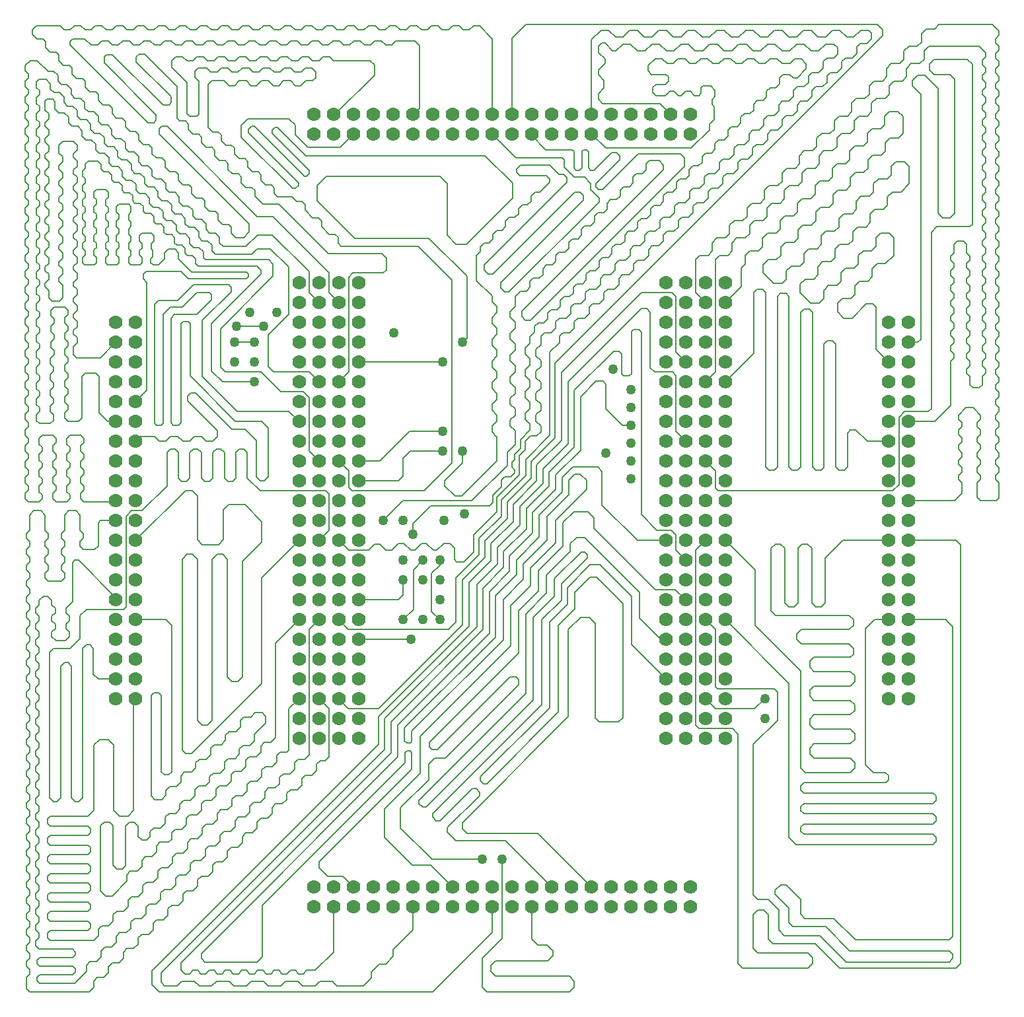
<source format=gtl>
%FSLAX25Y25*%
%MOIN*%
G70*
G01*
G75*
G04 Layer_Physical_Order=1*
G04 Layer_Color=255*
%ADD10C,0.00800*%
%ADD11C,0.07000*%
%ADD12C,0.05000*%
D10*
X375700Y154200D02*
Y155000D01*
X172500Y325000D02*
X215000D01*
X259600Y439600D02*
X267000Y432200D01*
X259100Y440100D02*
X259600Y439600D01*
X59000Y98600D02*
Y155000D01*
X495700Y256500D02*
Y264000D01*
X494200Y255000D02*
X495700Y256500D01*
X486400Y255000D02*
X494200D01*
X484600Y256800D02*
X486400Y255000D01*
X484600Y256800D02*
Y264000D01*
X318700Y471900D02*
X320400Y470200D01*
X327600D01*
X328900Y468900D01*
Y466700D02*
Y468900D01*
X327400Y465200D02*
X328900Y466700D01*
X322500Y465200D02*
X327400D01*
X320900Y463600D02*
X322500Y465200D01*
X320900Y461200D02*
Y463600D01*
X322600Y459500D02*
X327300D01*
X320900Y461200D02*
X322600Y459500D01*
X264000Y410700D02*
X269000Y415700D01*
X257600Y404300D02*
X259500Y406200D01*
Y408700D01*
X261500Y410700D01*
X264000D01*
X251200Y397900D02*
X253100Y399800D01*
Y402300D01*
X255100Y404300D01*
X257600D01*
X244800Y391500D02*
X246700Y393400D01*
Y395900D01*
X248700Y397900D01*
X251200D01*
X238400Y385100D02*
X240300Y387000D01*
Y389500D01*
X242300Y391500D01*
X244800D01*
X221700Y384400D02*
X226800D01*
X235900Y385100D02*
X238400D01*
X233900Y383100D02*
X235900Y385100D01*
X233900Y380600D02*
Y383100D01*
X232000Y378700D02*
X233900Y380600D01*
X60000Y285000D02*
X62400Y287400D01*
X71900Y285000D02*
X75200D01*
X69500Y287400D02*
X71900Y285000D01*
X62400Y287400D02*
X69500D01*
X83800Y285000D02*
X87100D01*
X81400Y287400D02*
X83800Y285000D01*
X77600Y287400D02*
X81400D01*
X75200Y285000D02*
X77600Y287400D01*
X87100Y285000D02*
X89500Y287400D01*
X93300D01*
X95700Y285000D01*
X99000D01*
X296400Y463400D02*
Y467200D01*
X293500Y460500D02*
X296400Y463400D01*
X293500Y457600D02*
Y460500D01*
Y470100D02*
X296400Y467200D01*
X293500Y470100D02*
Y472400D01*
X296800Y475700D02*
Y477900D01*
X293500Y481200D02*
X296800Y477900D01*
X293500Y481200D02*
Y484300D01*
Y472400D02*
X296800Y475700D01*
X417000Y235000D02*
X440000D01*
X407900Y225900D02*
X417000Y235000D01*
X394300Y231000D02*
X396400Y233100D01*
X399000D01*
X401100Y231000D01*
Y203400D02*
Y231000D01*
Y203400D02*
X403200Y201300D01*
X405800D01*
X407900Y203400D01*
Y225900D01*
X394300Y203400D02*
Y231000D01*
X392200Y201300D02*
X394300Y203400D01*
X389600Y201300D02*
X392200D01*
X387500Y203400D02*
X389600Y201300D01*
X387500Y203400D02*
Y231000D01*
X385400Y233100D02*
X387500Y231000D01*
X382800Y233100D02*
X385400D01*
X380700Y231000D02*
X382800Y233100D01*
X380700Y199400D02*
Y231000D01*
Y199400D02*
X382900Y197200D01*
X419900D01*
X422100Y195000D01*
Y192100D02*
Y195000D01*
X419900Y189900D02*
X422100Y192100D01*
X395800Y189900D02*
X419900D01*
X393600Y187700D02*
X395800Y189900D01*
X393600Y184900D02*
Y187700D01*
Y184900D02*
X395900Y182600D01*
X419900D01*
X422100Y180400D01*
Y177500D02*
Y180400D01*
X420700Y176100D02*
X422100Y177500D01*
X420700Y168800D02*
X422900Y166600D01*
X402400Y168800D02*
X420700D01*
Y161500D02*
X422900Y163700D01*
Y166600D01*
X400200Y171000D02*
X402400Y168800D01*
X400200Y171000D02*
Y173900D01*
X402400Y176100D01*
X420700D01*
Y154200D02*
X422900Y152000D01*
X402400Y154200D02*
X420700D01*
Y146900D02*
X422900Y149100D01*
Y152000D01*
X400200Y156400D02*
X402400Y154200D01*
X400200Y156400D02*
Y159300D01*
X402400Y161500D01*
X420700D01*
X402400Y146900D02*
X420700D01*
Y139600D02*
X422900Y137400D01*
X402400Y139600D02*
X420700D01*
Y132300D02*
X422900Y134500D01*
Y137400D01*
X400200Y141800D02*
X402400Y139600D01*
X400200Y141800D02*
Y144700D01*
X402400Y146900D01*
Y132300D02*
X420700D01*
X400200Y130100D02*
X402400Y132300D01*
X400200Y127200D02*
Y130100D01*
Y127200D02*
X402400Y125000D01*
X422900Y119900D02*
Y122800D01*
X420700Y117700D02*
X422900Y119900D01*
X397900Y117700D02*
X420700D01*
X395700Y119900D02*
X397900Y117700D01*
X395700Y119900D02*
Y169000D01*
X402400Y125000D02*
X420700D01*
X422900Y122800D01*
X372500Y192200D02*
X395700Y169000D01*
X372500Y192200D02*
Y220000D01*
X357500Y235000D02*
X372500Y220000D01*
X357500Y195000D02*
X389700Y162800D01*
Y84900D02*
Y162800D01*
X432400Y117800D02*
X438400D01*
X439900Y116300D01*
Y114000D02*
Y116300D01*
X438500Y112600D02*
X439900Y114000D01*
X428400Y121800D02*
X432400Y117800D01*
X433000Y195000D02*
X440000D01*
X428400Y190400D02*
X433000Y195000D01*
X428400Y121800D02*
Y190400D01*
X397100Y112600D02*
X438500D01*
X395600Y111100D02*
X397100Y112600D01*
X395600Y108900D02*
Y111100D01*
Y108900D02*
X397100Y107400D01*
X462400D01*
X463900Y105900D01*
Y103700D02*
Y105900D01*
X462400Y102200D02*
X463900Y103700D01*
X397100Y102200D02*
X462400D01*
X395600Y100700D02*
X397100Y102200D01*
X395600Y98500D02*
Y100700D01*
Y98500D02*
X397100Y97000D01*
X462400D01*
X463900Y95500D01*
Y93300D02*
Y95500D01*
X462400Y91800D02*
X463900Y93300D01*
X397100Y91800D02*
X462400D01*
X395600Y90300D02*
X397100Y91800D01*
X395600Y88100D02*
Y90300D01*
Y88100D02*
X397100Y86600D01*
X462300D01*
X463900Y85000D01*
Y82900D02*
Y85000D01*
X462400Y81400D02*
X463900Y82900D01*
X393200Y81400D02*
X462400D01*
X389700Y84900D02*
X393200Y81400D01*
X382700Y56300D02*
Y58400D01*
X385500Y61200D01*
X388100D01*
X372400Y149900D02*
X377500Y155000D01*
X352600Y149900D02*
X372400D01*
X347500Y155000D02*
X352600Y149900D01*
X382200Y160000D02*
X383900Y158300D01*
X353600Y160000D02*
X382200D01*
X352500Y161100D02*
X353600Y160000D01*
X342500Y230000D02*
X347500Y235000D01*
X342500Y141700D02*
Y230000D01*
Y141700D02*
X344100Y140100D01*
X352500Y161100D02*
Y190000D01*
X347500Y195000D02*
X352500Y190000D01*
X294000Y143300D02*
X303600D01*
X305800Y145500D01*
X291900Y145400D02*
X294000Y143300D01*
X291900Y145400D02*
Y193200D01*
X289000Y196100D02*
X291900Y193200D01*
X284500Y196100D02*
X289000D01*
X278400Y190000D02*
X284500Y196100D01*
X305800Y145500D02*
Y203200D01*
X292700Y216300D02*
X305800Y203200D01*
X262900Y87100D02*
X290000Y60000D01*
X227300Y87100D02*
X262900D01*
X225000Y89400D02*
X227300Y87100D01*
X225000Y89400D02*
Y92500D01*
X278400Y145900D01*
Y190000D01*
X289400Y216300D02*
X292700D01*
X281700Y208600D02*
X289400Y216300D01*
X281700Y200500D02*
Y208600D01*
X273300Y192100D02*
X281700Y200500D01*
X273300Y148300D02*
Y192100D01*
X237200Y112200D02*
X273300Y148300D01*
X235600Y112200D02*
X237200D01*
X234000Y113800D02*
X235600Y112200D01*
X234000Y113800D02*
Y115600D01*
X268900Y150500D01*
Y193600D01*
X277900Y202600D01*
Y211200D01*
X289300Y222600D01*
X294200D01*
X310200Y206600D01*
Y182300D02*
Y206600D01*
X221600Y83500D02*
X246500D01*
X217400Y87700D02*
X221600Y83500D01*
X217400Y87700D02*
Y89900D01*
X233700Y106200D02*
Y107800D01*
X231800Y109700D02*
X233700Y107800D01*
X229900Y109700D02*
X231800D01*
X217400Y89900D02*
X233600Y106100D01*
X213600Y93400D02*
X229900Y109700D01*
X209800Y95300D02*
X211700Y93400D01*
X213600D01*
X204800Y100300D02*
X206700D01*
X202900Y102200D02*
X204800Y100300D01*
X202900Y102200D02*
Y103800D01*
X246500Y83500D02*
X270000Y60000D01*
X209800Y95300D02*
Y96900D01*
X265000Y152100D01*
Y194900D01*
X274900Y204800D01*
Y212900D01*
X288000Y226000D01*
Y227700D01*
X284800Y229200D02*
X286500D01*
X206700Y100300D02*
X260700Y154300D01*
Y196100D01*
X271200Y206600D01*
X286500Y229200D02*
X288000Y227700D01*
X271200Y215600D02*
X284800Y229200D01*
X271200Y206600D02*
Y215600D01*
X202900Y103800D02*
X256800Y157700D01*
Y197700D01*
X267400Y208300D01*
Y217300D01*
X279400Y229300D01*
Y233300D01*
X282500Y236400D01*
X286600D01*
X314300Y208700D01*
X262900Y30700D02*
X267500D01*
X260000Y33600D02*
X262900Y30700D01*
X260000Y33600D02*
Y50000D01*
X270500Y25400D02*
Y27700D01*
X267900Y22800D02*
X270500Y25400D01*
X241500Y22800D02*
X267900D01*
X267500Y30700D02*
X270500Y27700D01*
X244900Y34200D02*
Y73900D01*
X234900Y24200D02*
X244900Y34200D01*
X244800Y74000D02*
X244900Y73900D01*
X207900Y114200D02*
Y122000D01*
X210900Y125000D01*
X216100D01*
X193700Y100000D02*
X207900Y114200D01*
X209500Y129300D02*
X212400D01*
X208200Y130600D02*
X209500Y129300D01*
X208200Y130600D02*
Y133100D01*
X209500Y74000D02*
X234800D01*
X193700Y89800D02*
X209500Y74000D01*
X193700Y89800D02*
Y100000D01*
X82400Y101800D02*
X84200Y103600D01*
X82400Y99300D02*
Y101800D01*
X80200Y97100D02*
X82400Y99300D01*
X87600Y103600D02*
X89900Y105900D01*
X84200Y103600D02*
X87600D01*
X78200Y118200D02*
Y192200D01*
X75400Y195000D02*
X78200Y192200D01*
X60000Y195000D02*
X75400D01*
X105400Y134100D02*
Y136600D01*
X107200Y138400D02*
X110600D01*
X117600Y131400D02*
X119900Y133700D01*
X114200Y131400D02*
X117600D01*
X112400Y129600D02*
X114200Y131400D01*
X119900Y136900D02*
X125700Y142700D01*
X119900Y133700D02*
Y136900D01*
X112400Y127100D02*
Y129600D01*
X110100Y124800D02*
X112400Y127100D01*
X106700Y124800D02*
X110100D01*
X104900Y123000D02*
X106700Y124800D01*
X104900Y119800D02*
Y123000D01*
X102600Y117500D02*
X104900Y119800D01*
X99200Y117500D02*
X102600D01*
X97400Y115700D02*
X99200Y117500D01*
X97400Y113200D02*
Y115700D01*
X95200Y111000D02*
X97400Y113200D01*
X91800Y111000D02*
X95200D01*
X89900Y109100D02*
X91800Y111000D01*
X89900Y105900D02*
Y109100D01*
X76800Y97100D02*
X80200D01*
X75000Y95300D02*
X76800Y97100D01*
X75000Y92100D02*
Y95300D01*
X72600Y89700D02*
X75000Y92100D01*
X69200Y89700D02*
X72600D01*
X67400Y87900D02*
X69200Y89700D01*
X67400Y85400D02*
Y87900D01*
X65600Y83600D02*
X67400Y85400D01*
X54900Y90800D02*
X56800Y92700D01*
X54900Y70800D02*
Y90800D01*
X53100Y69000D02*
X54900Y70800D01*
X42400Y90900D02*
X44300Y92800D01*
X42400Y57900D02*
Y90900D01*
Y57900D02*
X44800Y55500D01*
X48100D02*
X55600Y63000D01*
X44800Y55500D02*
X48100D01*
X78100Y84200D02*
Y87400D01*
X76500Y82600D02*
X78100Y84200D01*
X72400Y82600D02*
X76500D01*
X79900Y89200D02*
X83300D01*
X90800Y96500D02*
X93100Y98800D01*
X98300Y103800D02*
X100600Y106100D01*
X94900Y103800D02*
X98300D01*
X100600Y109300D02*
X102400Y111100D01*
X108100Y113400D02*
Y116600D01*
X109900Y118400D01*
X113300D01*
X120800Y125700D02*
X123100Y128000D01*
X115600Y120700D02*
Y123900D01*
X117400Y125700D01*
X120800D01*
X85100Y260100D02*
X88500D01*
X91100Y257500D01*
X60000Y235000D02*
X85100Y260100D01*
X91100Y235300D02*
Y257500D01*
Y235300D02*
X93600Y232800D01*
X101900D01*
X104400Y235300D01*
Y250400D01*
X106900Y252900D01*
X115200D01*
X123600Y244500D01*
Y234100D02*
Y244500D01*
X113900Y224400D02*
X123600Y234100D01*
X113900Y166000D02*
Y224400D01*
X106300Y166000D02*
X108700Y163600D01*
X111500D01*
X113900Y166000D01*
X106300D02*
Y225500D01*
X98700D02*
X101100Y227900D01*
X103900D01*
X106300Y225500D01*
X88200Y127300D02*
X123700Y162800D01*
X98700Y144100D02*
Y225500D01*
X96300Y141700D02*
X98700Y144100D01*
X93500Y141700D02*
X96300D01*
X91100Y144100D02*
X93500Y141700D01*
X91100Y144100D02*
Y225500D01*
X88700Y227900D02*
X91100Y225500D01*
X83500Y129100D02*
Y225500D01*
X85900Y227900D02*
X88700D01*
X83500Y225500D02*
X85900Y227900D01*
X83500Y129100D02*
X85300Y127300D01*
X88200D01*
X76700Y116700D02*
X78200Y118200D01*
X74500Y116700D02*
X76700D01*
X73000Y118200D02*
X74500Y116700D01*
X73000Y118200D02*
Y156700D01*
X71500Y158200D02*
X73000Y156700D01*
X69300Y158200D02*
X71500D01*
X67800Y156700D02*
X69300Y158200D01*
X67800Y105900D02*
Y156700D01*
Y105900D02*
X69700Y104000D01*
X73100D01*
X75400Y106300D01*
Y108800D01*
X77200Y110600D02*
X80600D01*
X75400Y108800D02*
X77200Y110600D01*
X80600D02*
X82900Y112900D01*
X84700Y117900D02*
X88100D01*
X82900Y116100D02*
X84700Y117900D01*
X82900Y112900D02*
Y116100D01*
X88100Y117900D02*
X90400Y120200D01*
Y122700D01*
X92200Y124500D02*
X95600D01*
X90400Y122700D02*
X92200Y124500D01*
X95600D02*
X97900Y126800D01*
X99700Y131800D02*
X103100D01*
X97900Y130000D02*
X99700Y131800D01*
X97900Y126800D02*
Y130000D01*
X103100Y131800D02*
X105400Y134100D01*
Y136600D02*
X107200Y138400D01*
X110600D02*
X112900Y140700D01*
X114700Y145700D02*
X118100D01*
X112900Y143900D02*
X114700Y145700D01*
X112900Y140700D02*
Y143900D01*
X118100Y145700D02*
X120400Y148000D01*
X123800D01*
X125700Y146100D01*
Y142700D02*
Y146100D01*
X63100Y83600D02*
X65600D01*
X61200Y85500D02*
X63100Y83600D01*
X61200Y85500D02*
Y90800D01*
X56800Y92700D02*
X59300D01*
X61200Y90800D01*
X50600Y69000D02*
X53100D01*
X48700Y70900D02*
X50600Y69000D01*
X48700Y70900D02*
Y90900D01*
X46800Y92800D02*
X48700Y90900D01*
X44300Y92800D02*
X46800D01*
X55600Y63000D02*
Y66200D01*
X57400Y68000D01*
X16800Y57200D02*
X36000D01*
X57400Y68000D02*
X60800D01*
X63100Y70300D01*
X64900Y75300D02*
X68300D01*
X63100Y73500D02*
X64900Y75300D01*
X63100Y70300D02*
Y73500D01*
X68300Y75300D02*
X70600Y77600D01*
Y80800D02*
X72400Y82600D01*
X70600Y77600D02*
Y80800D01*
X78100Y87400D02*
X79900Y89200D01*
X83300D02*
X85600Y91500D01*
X87400Y96500D02*
X90800D01*
X85600Y94700D02*
X87400Y96500D01*
X85600Y91500D02*
Y94700D01*
X93100Y102000D02*
X94900Y103800D01*
X93100Y98800D02*
Y102000D01*
X102400Y111100D02*
X105800D01*
X100600Y106100D02*
Y109300D01*
X105800Y111100D02*
X108100Y113400D01*
X113300Y118400D02*
X115600Y120700D01*
X124900Y133000D02*
X128300D01*
X123100Y131200D02*
X124900Y133000D01*
X123100Y128000D02*
Y131200D01*
X128300Y133000D02*
X130600Y135300D01*
X36000Y86000D02*
X37300Y87300D01*
Y89500D01*
X36000Y76400D02*
X37300Y77700D01*
Y79900D01*
X36000Y81200D02*
X37300Y79900D01*
X15500Y84700D02*
X16800Y86000D01*
X15500Y82500D02*
X16800Y81200D01*
X36000Y66800D02*
X37300Y68100D01*
Y70300D01*
X36000Y71600D02*
X37300Y70300D01*
X16800Y71600D02*
X36000D01*
X15500Y72900D02*
Y75100D01*
X16800Y62000D02*
X36000D01*
X16800Y66800D02*
X36000D01*
X16800Y47600D02*
X36000D01*
X37300Y48900D01*
Y51100D01*
X36000Y52400D02*
X37300Y51100D01*
X16800Y52400D02*
X36000D01*
X15500Y53700D02*
X16800Y52400D01*
X46400Y40500D02*
X48700Y42800D01*
X43000Y40500D02*
X46400D01*
X48700Y42800D02*
Y46000D01*
X50500Y47800D01*
X63700Y57400D02*
Y60600D01*
X65500Y62400D01*
X86200Y79300D02*
Y82500D01*
X83900Y77000D02*
X86200Y79300D01*
X80500Y77000D02*
X83900D01*
X78700Y75200D02*
X80500Y77000D01*
X95500Y91600D02*
X98900D01*
X93700Y89800D02*
X95500Y91600D01*
X113900Y106200D02*
X116200Y108500D01*
X106400Y98900D02*
X108700Y101200D01*
X110500Y106200D02*
X113900D01*
X108700Y104400D02*
X110500Y106200D01*
X123700Y119000D02*
X125500Y120800D01*
X123700Y115800D02*
Y119000D01*
X118000Y113500D02*
X121400D01*
X41200Y35500D02*
Y38700D01*
X16800Y33200D02*
X38900D01*
X58000Y55100D02*
X61400D01*
X56200Y53300D02*
X58000Y55100D01*
X56200Y50100D02*
Y53300D01*
X50500Y47800D02*
X53900D01*
X71200Y64700D02*
Y67900D01*
X61400Y55100D02*
X63700Y57400D01*
X88000Y84300D02*
X91400D01*
X103000Y98900D02*
X106400D01*
X101200Y93900D02*
Y97100D01*
X93700Y86600D02*
Y89800D01*
X108700Y101200D02*
Y104400D01*
X125500Y120800D02*
X128900D01*
X56200Y95800D02*
X59000Y98600D01*
X51800Y95800D02*
X56200D01*
X49000Y98600D02*
X51800Y95800D01*
X49000Y98600D02*
Y131700D01*
X46200Y134500D02*
X49000Y131700D01*
X41800Y134500D02*
X46200D01*
X39000Y131700D02*
X41800Y134500D01*
X39000Y98600D02*
Y131700D01*
X15500Y94300D02*
X16800Y95600D01*
X15500Y92100D02*
Y94300D01*
Y92100D02*
X16800Y90800D01*
Y95600D02*
X36000D01*
X39000Y98600D01*
X15500Y82500D02*
Y84700D01*
X16800Y86000D02*
X36000D01*
X16800Y90800D02*
X36000D01*
X37300Y89500D01*
X15500Y75100D02*
X16800Y76400D01*
X15500Y72900D02*
X16800Y71600D01*
Y76400D02*
X36000D01*
X16800Y81200D02*
X36000D01*
X15500Y65500D02*
X16800Y66800D01*
X15500Y63300D02*
Y65500D01*
Y63300D02*
X16800Y62000D01*
X15500Y55900D02*
X16800Y57200D01*
X15500Y53700D02*
Y55900D01*
X36000Y62000D02*
X37300Y60700D01*
Y58500D02*
Y60700D01*
X36000Y57200D02*
X37300Y58500D01*
X15500Y44100D02*
X16800Y42800D01*
X15500Y44100D02*
Y46300D01*
X16800Y47600D01*
Y42800D02*
X36000D01*
X4800Y44200D02*
X6600Y42400D01*
Y240200D02*
Y247800D01*
X36000Y42800D02*
X37300Y41500D01*
Y39300D02*
Y41500D01*
X36000Y38000D02*
X37300Y39300D01*
X16800Y38000D02*
X36000D01*
X15500Y36700D02*
X16800Y38000D01*
X15500Y34500D02*
Y36700D01*
Y34500D02*
X16800Y33200D01*
X38900D02*
X41200Y35500D01*
X53900Y47800D02*
X56200Y50100D01*
X41200Y38700D02*
X43000Y40500D01*
X65500Y62400D02*
X68900D01*
X71200Y64700D01*
X78700Y72000D02*
Y75200D01*
X73000Y69700D02*
X76400D01*
X71200Y67900D02*
X73000Y69700D01*
X76400D02*
X78700Y72000D01*
X98900Y91600D02*
X101200Y93900D01*
X86200Y82500D02*
X88000Y84300D01*
X91400D02*
X93700Y86600D01*
X101200Y97100D02*
X103000Y98900D01*
X121400Y113500D02*
X123700Y115800D01*
X116200Y108500D02*
Y111700D01*
X118000Y113500D01*
X128900Y120800D02*
X131200Y123100D01*
Y126300D01*
X133000Y128100D01*
X136400D01*
X20400Y103100D02*
X22200Y104900D01*
X16700D02*
X18500Y103100D01*
X20400D01*
X27700Y104900D02*
X29600Y103000D01*
X31300D01*
X33200Y104900D01*
X41100Y165000D02*
X49916D01*
X38700Y167400D02*
X41100Y165000D01*
X38700Y167400D02*
Y180400D01*
X33200D02*
X35100Y182300D01*
X36800D01*
X38700Y180400D01*
X33200Y104900D02*
Y180400D01*
X27700Y104900D02*
Y171400D01*
X22200Y104900D02*
Y171400D01*
X16700Y104900D02*
Y178500D01*
X25800Y173300D02*
X27700Y171400D01*
X24100Y173300D02*
X25800D01*
X22200Y171400D02*
X24100Y173300D01*
X18600Y180400D02*
X26900D01*
X16700Y178500D02*
X18600Y180400D01*
X26900D02*
X32000Y185500D01*
Y197000D01*
X35100Y200100D01*
X53900D01*
X55100Y201300D01*
Y247030D01*
X75800Y262300D02*
Y279400D01*
X81600Y266400D02*
X83400Y264600D01*
X87400Y279400D02*
X89200Y281200D01*
X91400D01*
X93200Y279400D01*
X95000Y264600D02*
X97200D01*
X99000Y266400D02*
Y279400D01*
X103000Y281200D02*
X104800Y279400D01*
X55100Y247030D02*
X57970Y249900D01*
X63400D01*
X75800Y262300D01*
X116400Y266400D02*
X122900Y259900D01*
X116400Y266400D02*
Y279400D01*
X114600Y281200D02*
X116400Y279400D01*
X112400Y281200D02*
X114600D01*
X110600Y279400D02*
X112400Y281200D01*
X110600Y266400D02*
Y279400D01*
X108800Y264600D02*
X110600Y266400D01*
X85600Y264600D02*
X87400Y266400D01*
X83400Y264600D02*
X85600D01*
X81600Y266400D02*
Y279400D01*
X79800Y281200D02*
X81600Y279400D01*
X77600Y281200D02*
X79800D01*
X75800Y279400D02*
X77600Y281200D01*
X97200Y264600D02*
X99000Y266400D01*
X93200D02*
X95000Y264600D01*
X93200Y266400D02*
Y279400D01*
X87400Y266400D02*
Y279400D01*
X99000D02*
X100800Y281200D01*
X103000D01*
X104800Y266400D02*
Y279400D01*
Y266400D02*
X106600Y264600D01*
X108800D01*
X9600Y192600D02*
X11400Y194400D01*
Y186400D02*
Y188600D01*
Y194400D02*
Y196600D01*
Y202400D02*
Y204600D01*
X9600Y158400D02*
Y160600D01*
X11400Y162400D02*
Y164600D01*
Y170400D02*
Y172600D01*
X9600Y166400D02*
Y168600D01*
X11400Y178400D02*
Y180600D01*
X9600Y176600D02*
X11400Y178400D01*
X9600Y150400D02*
X11400Y148600D01*
Y146400D02*
Y148600D01*
X9600Y142400D02*
Y144600D01*
X11400Y154400D02*
Y156600D01*
X9600Y110400D02*
X11400Y108600D01*
X9600Y120600D02*
X11400Y122400D01*
X9600Y126400D02*
X11400Y124600D01*
Y114400D02*
Y116600D01*
X9600Y118400D02*
Y120600D01*
Y128600D02*
X11400Y130400D01*
X9600Y126400D02*
Y128600D01*
Y86400D02*
X11400Y84600D01*
X9600Y102400D02*
X11400Y100600D01*
X9600Y94400D02*
Y96600D01*
Y104600D02*
X11400Y106400D01*
X9600Y102400D02*
Y104600D01*
Y62400D02*
Y64600D01*
Y72600D02*
X11400Y74400D01*
X9600Y64600D02*
X11400Y66400D01*
X9600Y78400D02*
X11400Y76600D01*
Y66400D02*
Y68600D01*
Y74400D02*
Y76600D01*
X9600Y70400D02*
X11400Y68600D01*
Y82400D02*
Y84600D01*
X9600Y80600D02*
X11400Y82400D01*
X9600Y54400D02*
Y56600D01*
X11400Y58400D01*
Y60600D01*
X9600Y46400D02*
Y48600D01*
Y46400D02*
X11400Y44600D01*
Y50400D02*
Y52600D01*
X42700Y24600D02*
Y27800D01*
X44500Y29600D01*
X37000Y22300D02*
X40400D01*
X65200Y49700D02*
X67000Y51500D01*
X57700Y42400D02*
X59500Y44200D01*
X77900Y58800D02*
X80200Y61100D01*
X72700Y53800D02*
Y57000D01*
X80200Y61100D02*
Y64300D01*
X72700Y57000D02*
X74500Y58800D01*
X67000Y51500D02*
X70400D01*
X92900Y73400D02*
X95200Y75700D01*
Y78900D01*
X87700Y71600D02*
X89500Y73400D01*
X82000Y66100D02*
X85400D01*
X107900Y88000D02*
X110200Y90300D01*
Y93500D01*
X97000Y80700D02*
X100400D01*
X102700Y83000D01*
X125200Y104900D02*
Y108100D01*
X117700Y100800D02*
X119500Y102600D01*
X115400Y95300D02*
X117700Y97600D01*
X9600Y198400D02*
X11400Y196600D01*
X9600Y200600D02*
X11400Y202400D01*
X9600Y190400D02*
X11400Y188600D01*
X9600Y184600D02*
X11400Y186400D01*
X9600Y190400D02*
Y192600D01*
Y168600D02*
X11400Y170400D01*
X9600Y174400D02*
Y176600D01*
Y158400D02*
X11400Y156600D01*
X9600Y152600D02*
X11400Y154400D01*
X9600Y134400D02*
Y136600D01*
Y142400D02*
X11400Y140600D01*
Y138400D02*
Y140600D01*
X9600Y118400D02*
X11400Y116600D01*
Y130400D02*
Y132600D01*
Y122400D02*
Y124600D01*
X9600Y112600D02*
X11400Y114400D01*
X9600Y86400D02*
Y88600D01*
X11400Y90400D01*
Y98400D02*
Y100600D01*
X9600Y78400D02*
Y80600D01*
Y62400D02*
X11400Y60600D01*
Y42400D02*
Y44600D01*
X29300Y11400D02*
X35200Y17300D01*
Y20500D02*
X37000Y22300D01*
X47900Y29600D02*
X50200Y31900D01*
Y35100D02*
X52000Y36900D01*
X55400D01*
X62900Y44200D02*
X65200Y46500D01*
Y49700D01*
X59500Y44200D02*
X62900D01*
X70400Y51500D02*
X72700Y53800D01*
X80200Y64300D02*
X82000Y66100D01*
X85400D02*
X87700Y68400D01*
Y71600D01*
X95200Y78900D02*
X97000Y80700D01*
X102700Y86200D02*
X104500Y88000D01*
X102700Y83000D02*
Y86200D01*
X110200Y93500D02*
X112000Y95300D01*
X104500Y88000D02*
X107900D01*
X112000Y95300D02*
X115400D01*
X122900Y102600D02*
X125200Y104900D01*
X119500Y102600D02*
X122900D01*
X130400Y109900D02*
X132700Y112200D01*
X127000Y109900D02*
X130400D01*
X17700Y202400D02*
X19500Y200600D01*
X17700Y196600D02*
X19500Y198400D01*
Y190400D02*
Y192600D01*
X17700Y194400D02*
Y196600D01*
Y202400D02*
Y204600D01*
X19500Y198400D02*
Y200600D01*
X9600Y182400D02*
Y184600D01*
Y198400D02*
Y200600D01*
Y150400D02*
Y152600D01*
Y136600D02*
X11400Y138400D01*
Y106400D02*
Y108600D01*
Y90400D02*
Y92600D01*
X9600Y96600D02*
X11400Y98400D01*
X9600Y70400D02*
Y72600D01*
Y54400D02*
X11400Y52600D01*
X9600Y40600D02*
X11400Y42400D01*
X35200Y17300D02*
Y20500D01*
X40400Y22300D02*
X42700Y24600D01*
X55400Y36900D02*
X57700Y39200D01*
X74500Y58800D02*
X77900D01*
X89500Y73400D02*
X92900D01*
X117700Y97600D02*
Y100800D01*
X134500Y117200D02*
X137900D01*
X132700Y115400D02*
X134500Y117200D01*
X140200Y119500D02*
Y122700D01*
X142000Y124500D01*
X145400D01*
X132700Y112200D02*
Y115400D01*
X137900Y117200D02*
X140200Y119500D01*
X125200Y108100D02*
X127000Y109900D01*
X29400Y224900D02*
X31300D01*
X28200Y223700D02*
X29400Y224900D01*
X28200Y204000D02*
Y223700D01*
X24800Y200600D02*
X28200Y204000D01*
X31300Y224900D02*
X50000Y206200D01*
Y205000D02*
Y206200D01*
X24800Y198400D02*
X26600Y196600D01*
X24800Y198400D02*
Y200600D01*
X24500Y184300D02*
X26600Y186400D01*
X24800Y190400D02*
Y192600D01*
X26600Y194400D01*
Y196600D01*
X24800Y190400D02*
X26600Y188600D01*
Y186400D02*
Y188600D01*
X19800Y184300D02*
X24500D01*
X17700Y186400D02*
X19800Y184300D01*
X15600Y206700D02*
X17700Y204600D01*
Y194400D02*
X19500Y192600D01*
X17700Y186400D02*
Y188600D01*
X19500Y190400D01*
X13500Y206700D02*
X15600D01*
X11400Y204600D02*
X13500Y206700D01*
X9600Y174400D02*
X11400Y172600D01*
X9600Y182400D02*
X11400Y180600D01*
X9600Y160600D02*
X11400Y162400D01*
X9600Y166400D02*
X11400Y164600D01*
X9600Y144600D02*
X11400Y146400D01*
X9600Y134400D02*
X11400Y132600D01*
X9600Y110400D02*
Y112600D01*
Y94400D02*
X11400Y92600D01*
X9600Y48600D02*
X11400Y50400D01*
X9600Y38400D02*
X11400Y36600D01*
X9600Y38400D02*
Y40600D01*
Y30400D02*
X11400Y28600D01*
Y34400D02*
Y36600D01*
X9600Y32600D02*
X11400Y34400D01*
X9600Y30400D02*
Y32600D01*
X28100Y24300D02*
X28200D01*
X11500D02*
X28100D01*
X29500Y25700D01*
X28100Y28600D02*
X29500Y27200D01*
Y25700D02*
Y27200D01*
X11400Y28600D02*
X28100D01*
X10100Y21400D02*
Y22900D01*
Y21400D02*
X11500Y20000D01*
X10100Y22900D02*
X11500Y24300D01*
Y20000D02*
X28200D01*
X29600Y17100D02*
Y18600D01*
X28200Y20000D02*
X29600Y18600D01*
X28200Y15700D02*
X29600Y17100D01*
X11500Y15700D02*
X28200D01*
X10100Y14300D02*
X11500Y15700D01*
Y11400D02*
X29300D01*
X10100Y12800D02*
X11500Y11400D01*
X10100Y12800D02*
Y14300D01*
X44500Y29600D02*
X47900D01*
X57700Y39200D02*
Y42400D01*
X50200Y31900D02*
Y35100D01*
X4800Y228200D02*
X6600Y226400D01*
X4800Y230400D02*
X6600Y232200D01*
X4800Y238400D02*
X6600Y240200D01*
X4800Y236200D02*
X6600Y234400D01*
X4800Y212200D02*
X6600Y210400D01*
Y224200D02*
Y226400D01*
X4800Y198400D02*
X6600Y200200D01*
X4800Y206400D02*
X6600Y208200D01*
Y210400D01*
X4800Y180200D02*
X6600Y178400D01*
Y184200D02*
Y186400D01*
X4800Y182400D02*
X6600Y184200D01*
X4800Y190400D02*
X6600Y192200D01*
X4800Y188200D02*
X6600Y186400D01*
X4800Y164200D02*
X6600Y162400D01*
Y152200D02*
Y154400D01*
X4800Y150400D02*
X6600Y152200D01*
X4800Y158400D02*
X6600Y160200D01*
X4800Y156200D02*
X6600Y154400D01*
Y136200D02*
Y138400D01*
X4800Y140200D02*
Y142400D01*
X6600Y144200D02*
Y146400D01*
X4800Y140200D02*
X6600Y138400D01*
X4800Y116200D02*
X6600Y114400D01*
Y120200D02*
Y122400D01*
X4800Y116200D02*
Y118400D01*
Y126400D02*
X6600Y128200D01*
Y130400D01*
X4800Y100200D02*
Y102400D01*
Y108200D02*
X6600Y106400D01*
X4800Y86400D02*
X6600Y88200D01*
X4800Y84200D02*
Y86400D01*
Y92200D02*
Y94400D01*
X6600Y96200D01*
X4800Y92200D02*
X6600Y90400D01*
X4800Y68200D02*
X6600Y66400D01*
X4800Y68200D02*
Y70400D01*
Y76200D02*
Y78400D01*
X6600Y80200D01*
X4800Y76200D02*
X6600Y74400D01*
X4800Y52200D02*
X6600Y50400D01*
Y64200D02*
Y66400D01*
X4800Y60200D02*
X6600Y58400D01*
Y40200D02*
Y42400D01*
X4800Y36200D02*
Y38400D01*
Y44200D02*
Y46400D01*
Y28200D02*
X6600Y26400D01*
Y32200D02*
Y34400D01*
X4800Y30400D02*
X6600Y32200D01*
X51500Y21600D02*
X53800Y23900D01*
Y27100D02*
X55600Y28900D01*
X48100Y21600D02*
X51500D01*
X46300Y16600D02*
Y19800D01*
X44000Y14300D02*
X46300Y16600D01*
X38800Y12500D02*
X40600Y14300D01*
X66500Y36200D02*
X68800Y38500D01*
Y41700D01*
X70600Y43500D01*
X61300Y34400D02*
X63100Y36200D01*
X59000Y28900D02*
X61300Y31200D01*
X55600Y28900D02*
X59000D01*
X81500Y50800D02*
X83800Y53100D01*
Y56300D01*
X85600Y58100D01*
X78100Y50800D02*
X81500D01*
X76300Y49000D02*
X78100Y50800D01*
X74000Y43500D02*
X76300Y45800D01*
X98800Y67700D02*
Y70900D01*
X93100Y65400D02*
X96500D01*
X91300Y63600D02*
X93100Y65400D01*
X91300Y60400D02*
Y63600D01*
X89000Y58100D02*
X91300Y60400D01*
X85600Y58100D02*
X89000D01*
X111500Y80000D02*
X113800Y82300D01*
Y85500D02*
X115600Y87300D01*
X108100Y80000D02*
X111500D01*
X106300Y78200D02*
X108100Y80000D01*
X106300Y75000D02*
Y78200D01*
X100600Y72700D02*
X104000D01*
X121300Y92800D02*
X123100Y94600D01*
X121300Y89600D02*
Y92800D01*
X115600Y87300D02*
X119000D01*
X123100Y94600D02*
X126500D01*
X4800Y228200D02*
Y230400D01*
Y236200D02*
Y238400D01*
X6600Y232200D02*
Y234400D01*
Y192200D02*
Y194400D01*
X4800Y196200D02*
Y198400D01*
X6600Y200200D02*
Y202400D01*
X4800Y220200D02*
X6600Y218400D01*
X4800Y222400D02*
X6600Y224200D01*
X4800Y212200D02*
Y214400D01*
X6600Y216200D01*
Y218400D01*
X4800Y148200D02*
Y150400D01*
Y148200D02*
X6600Y146400D01*
Y168200D02*
Y170400D01*
X4800Y156200D02*
Y158400D01*
X6600Y160200D02*
Y162400D01*
X4800Y180200D02*
Y182400D01*
Y172200D02*
Y174400D01*
X6600Y176200D01*
Y104200D02*
Y106400D01*
X4800Y124200D02*
X6600Y122400D01*
X4800Y118400D02*
X6600Y120200D01*
X4800Y132200D02*
X6600Y130400D01*
X4800Y62400D02*
X6600Y64200D01*
X4800Y84200D02*
X6600Y82400D01*
X4800Y100200D02*
X6600Y98400D01*
X4800Y102400D02*
X6600Y104200D01*
X126500Y94600D02*
X128800Y96900D01*
Y100100D01*
X130600Y101900D01*
X134000D01*
X136300Y104200D01*
Y107400D01*
X138100Y109200D01*
X141500D01*
X151300Y122000D02*
X153100Y123800D01*
X151300Y118800D02*
Y122000D01*
X149000Y116500D02*
X151300Y118800D01*
X145600Y116500D02*
X149000D01*
X143800Y114700D02*
X145600Y116500D01*
X143800Y111500D02*
Y114700D01*
X141500Y109200D02*
X143800Y111500D01*
X96500Y65400D02*
X98800Y67700D01*
Y70900D02*
X100600Y72700D01*
X104000D02*
X106300Y75000D01*
X119000Y87300D02*
X121300Y89600D01*
X113800Y82300D02*
Y85500D01*
X70600Y43500D02*
X74000D01*
X76300Y45800D02*
Y49000D01*
X53800Y23900D02*
Y27100D01*
X61300Y31200D02*
Y34400D01*
X63100Y36200D02*
X66500D01*
X46300Y19800D02*
X48100Y21600D01*
X40600Y14300D02*
X44000D01*
X38800Y9300D02*
Y12500D01*
X36500Y7000D02*
X38800Y9300D01*
X41100Y232200D02*
Y243700D01*
X39300Y230400D02*
X41100Y232200D01*
X33700Y230400D02*
X39300D01*
X41100Y243700D02*
X42400Y245000D01*
X50000D01*
X22500Y228200D02*
X24300Y226400D01*
X33700Y236200D02*
Y238400D01*
X31900Y232200D02*
X33700Y230400D01*
X31900Y234400D02*
X33700Y236200D01*
X31900Y232200D02*
Y234400D01*
X22500Y238400D02*
X24300Y240200D01*
Y247800D01*
X26400Y249900D01*
X29800D01*
X31900Y247800D01*
Y240200D02*
Y247800D01*
Y240200D02*
X33700Y238400D01*
X22500Y236200D02*
Y238400D01*
Y236200D02*
X24300Y234400D01*
X22500Y220200D02*
X24300Y218400D01*
Y224200D02*
Y226400D01*
X22500Y222400D02*
X24300Y224200D01*
X22500Y220200D02*
Y222400D01*
Y214400D02*
X24300Y216200D01*
Y218400D01*
X22500Y228200D02*
Y230400D01*
X24300Y232200D01*
Y234400D01*
X16000Y214400D02*
X22500D01*
X14200Y224200D02*
X16000Y222400D01*
Y228200D02*
Y230400D01*
X14200Y226400D02*
X16000Y228200D01*
X14200Y224200D02*
Y226400D01*
Y216200D02*
Y218400D01*
X16000Y220200D01*
Y222400D01*
X14200Y216200D02*
X16000Y214400D01*
X14200Y240200D02*
X16000Y238400D01*
X14200Y232200D02*
Y234400D01*
X16000Y236200D01*
Y238400D01*
X14200Y232200D02*
X16000Y230400D01*
X14200Y240200D02*
Y247800D01*
X12100Y249900D02*
X14200Y247800D01*
X8700Y249900D02*
X12100D01*
X6600Y247800D02*
X8700Y249900D01*
X6500Y7000D02*
X36500D01*
X4800Y8700D02*
X6500Y7000D01*
X4800Y8700D02*
Y14400D01*
Y220200D02*
Y222400D01*
Y196200D02*
X6600Y194400D01*
X4800Y204200D02*
Y206400D01*
Y204200D02*
X6600Y202400D01*
X4800Y188200D02*
Y190400D01*
Y166400D02*
X6600Y168200D01*
X4800Y164200D02*
Y166400D01*
X6600Y176200D02*
Y178400D01*
X4800Y172200D02*
X6600Y170400D01*
X4800Y134400D02*
X6600Y136200D01*
X4800Y132200D02*
Y134400D01*
Y142400D02*
X6600Y144200D01*
X4800Y124200D02*
Y126400D01*
Y108200D02*
Y110400D01*
X6600Y112200D01*
Y114400D01*
Y88200D02*
Y90400D01*
Y96200D02*
Y98400D01*
Y72200D02*
Y74400D01*
X4800Y70400D02*
X6600Y72200D01*
Y80200D02*
Y82400D01*
Y56200D02*
Y58400D01*
X4800Y54400D02*
X6600Y56200D01*
X4800Y52200D02*
Y54400D01*
Y60200D02*
Y62400D01*
Y36200D02*
X6600Y34400D01*
X4800Y38400D02*
X6600Y40200D01*
X4800Y46400D02*
X6600Y48200D01*
Y50400D01*
X4800Y28200D02*
Y30400D01*
Y20200D02*
Y22400D01*
X6600Y24200D01*
Y26400D01*
X4800Y20200D02*
X6600Y18400D01*
Y16200D02*
Y18400D01*
X4800Y14400D02*
X6600Y16200D01*
X172500Y275000D02*
X183400D01*
X198400Y290000D01*
X215000D01*
X28000Y470400D02*
X30300Y468100D01*
X28000Y470400D02*
Y473300D01*
X30300Y468100D02*
X33200D01*
X23500Y474800D02*
X26500D01*
X21300Y477000D02*
X23500Y474800D01*
X213500Y418700D02*
X217100Y415100D01*
X156300Y418700D02*
X213500D01*
X151700Y414100D02*
X156300Y418700D01*
X217100Y389000D02*
Y415100D01*
X225000Y335000D02*
X227100Y337100D01*
X151700Y406500D02*
X170700Y387500D01*
X151700Y406500D02*
Y414100D01*
X217100Y389000D02*
X221700Y384400D01*
X226800D02*
X250200Y407800D01*
Y415300D01*
X236400Y429100D02*
X250200Y415300D01*
X146000Y429100D02*
X236400D01*
X131700Y443400D02*
X146000Y429100D01*
X130100Y443400D02*
X131700D01*
X128900Y442200D02*
X130100Y443400D01*
X128900Y440500D02*
Y442200D01*
Y440500D02*
X147700Y421700D01*
Y420200D02*
Y421700D01*
X146300Y418800D02*
X147700Y420200D01*
X145100Y418800D02*
X146300D01*
X120000Y443900D02*
X145100Y418800D01*
X118500Y443900D02*
X120000D01*
X116900Y442300D02*
X118500Y443900D01*
X116900Y440600D02*
Y442300D01*
Y440600D02*
X142100Y415400D01*
X140600Y412600D02*
X142100Y414100D01*
X139100Y412600D02*
X140600D01*
X113300Y438400D02*
X139100Y412600D01*
X142100Y414100D02*
Y415400D01*
X113300Y438400D02*
Y444500D01*
X116500Y447700D01*
X137400D01*
X140500Y444600D01*
Y439800D02*
Y444600D01*
Y439800D02*
X147000Y433300D01*
X163300D01*
X170000Y440000D01*
X195000Y267400D02*
Y276500D01*
X198500Y280000D01*
X215000D01*
X192600Y265000D02*
X195000Y267400D01*
X172500Y265000D02*
X192600D01*
X232000Y366200D02*
Y378700D01*
X269000Y415700D02*
Y417500D01*
X267400Y419100D02*
X269000Y417500D01*
X253800Y419100D02*
X267400D01*
X252100Y420800D02*
X253800Y419100D01*
X252100Y420800D02*
Y422500D01*
X254100Y424500D01*
X268800D01*
X273500Y419800D01*
X224500Y257300D02*
X242300Y275100D01*
Y287200D01*
Y295100D02*
Y298200D01*
X239800Y292600D02*
X242300Y295100D01*
X239800Y289700D02*
Y292600D01*
Y289700D02*
X242300Y287200D01*
X232000Y366200D02*
X239800Y358400D01*
Y300700D02*
X242300Y298200D01*
X239800Y300700D02*
Y303600D01*
X242300Y306100D01*
Y309200D01*
X239800Y311700D02*
X242300Y309200D01*
X239800Y311700D02*
Y314600D01*
X242300Y317100D01*
Y320000D01*
X239800Y322500D02*
X242300Y320000D01*
X239800Y333500D02*
X242300Y331000D01*
X239800Y333500D02*
Y336400D01*
X242300Y338900D01*
Y342000D01*
X239800Y344500D02*
X242300Y342000D01*
X239800Y344500D02*
Y347400D01*
X242300Y349900D01*
Y353000D01*
X239800Y355500D02*
X242300Y353000D01*
X239800Y355500D02*
Y358400D01*
Y322500D02*
Y325400D01*
X242300Y327900D01*
Y331000D01*
X216000Y264900D02*
X225000Y273900D01*
X221200Y257300D02*
X224500D01*
X216000Y262500D02*
X221200Y257300D01*
X225000Y273900D02*
Y280000D01*
X216000Y262500D02*
Y264900D01*
X205700Y260100D02*
X219600Y274000D01*
X251900Y428100D02*
X275100D01*
X237900Y369300D02*
X240200D01*
X235900Y371300D02*
X237900Y369300D01*
X235900Y371300D02*
Y373900D01*
X277700Y415700D01*
X273500Y419800D02*
X276000D01*
X277700Y418100D01*
Y415700D02*
Y418100D01*
X240200Y369300D02*
X281700Y410800D01*
X285900Y406700D02*
Y409100D01*
X284200Y410800D02*
X285900Y409100D01*
X281700Y410800D02*
X284200D01*
X244100Y364900D02*
X285900Y406700D01*
X244100Y362300D02*
Y364900D01*
Y362300D02*
X246100Y360300D01*
X289700Y411900D02*
Y415100D01*
X286500Y418300D02*
X289700Y415100D01*
X281300Y418300D02*
X286500D01*
X276300Y423300D02*
X281300Y418300D01*
X246100Y360300D02*
X248400D01*
X293800Y405700D01*
Y407800D01*
X289700Y411900D02*
X293800Y407800D01*
X276300Y423300D02*
Y426900D01*
X275100Y428100D02*
X276300Y426900D01*
X240000Y440000D02*
X251900Y428100D01*
X251500Y320000D02*
Y323100D01*
X249000Y317500D02*
X251500Y320000D01*
X249000Y314600D02*
Y317500D01*
X293500Y412100D02*
X295500D01*
X292200Y413400D02*
X293500Y412100D01*
X292200Y413400D02*
Y415100D01*
X281100Y422900D02*
Y431400D01*
X280300Y432200D02*
X281100Y431400D01*
X267000Y432200D02*
X280300D01*
X281100Y422900D02*
X282300Y421700D01*
X283900D01*
X285100Y422900D01*
Y431500D01*
X285800Y432200D01*
X287600D01*
X288600Y431200D01*
X289700Y421800D02*
X291400D01*
X288600Y422900D02*
X289700Y421800D01*
X288600Y422900D02*
Y431200D01*
X304300Y427200D02*
Y428900D01*
X302500Y430700D02*
X304300Y428900D01*
X300300Y430700D02*
X302500D01*
X292200Y415100D02*
X304300Y427200D01*
X291400Y421800D02*
X300300Y430700D01*
X295500Y412100D02*
X313600Y430200D01*
X249000Y350500D02*
X251500Y353000D01*
X249000Y347600D02*
Y350500D01*
Y347600D02*
X251500Y345100D01*
Y342000D02*
Y345100D01*
X249000Y339500D02*
X251500Y342000D01*
X249000Y336600D02*
Y339500D01*
Y336600D02*
X251500Y334100D01*
Y331000D02*
Y334100D01*
X249000Y328500D02*
X251500Y331000D01*
X249000Y325600D02*
Y328500D01*
Y325600D02*
X251500Y323100D01*
X249000Y314600D02*
X251500Y312100D01*
Y309200D02*
Y312100D01*
X249000Y306700D02*
X251500Y309200D01*
X249000Y303800D02*
Y306700D01*
Y303800D02*
X251500Y301300D01*
Y298200D02*
Y301300D01*
X249000Y295700D02*
X251500Y298200D01*
X249000Y292800D02*
Y295700D01*
Y292800D02*
X251500Y290300D01*
X195000Y255000D02*
X229700D01*
X185000Y245000D02*
X195000Y255000D01*
X334800Y430200D02*
X336900Y428100D01*
X313600Y430200D02*
X334800D01*
X317500Y422000D02*
Y425000D01*
X319200Y426700D01*
X324200D01*
X326400Y424500D01*
Y422200D02*
Y424500D01*
X254800Y350600D02*
X326400Y422200D01*
X254800Y347900D02*
Y350600D01*
Y347900D02*
X256600Y346100D01*
X259200D01*
X336900Y423800D01*
Y428100D01*
X311000Y415400D02*
Y418400D01*
X312700Y420100D01*
X315600D01*
X317500Y422000D01*
X304500Y408800D02*
Y411800D01*
X306200Y413500D01*
X309100D01*
X311000Y415400D01*
X302600Y406900D02*
X304500Y408800D01*
X298000Y402200D02*
Y405200D01*
X299700Y406900D01*
X302600D01*
X291500Y395600D02*
Y398600D01*
X293200Y400300D01*
X296100D01*
X298000Y402200D01*
X285000Y389000D02*
Y392000D01*
X286700Y393700D01*
X289600D01*
X291500Y395600D01*
X278500Y382400D02*
Y385400D01*
X280200Y387100D01*
X283100D01*
X285000Y389000D01*
X272000Y375800D02*
Y378800D01*
X273700Y380500D01*
X276600D01*
X278500Y382400D01*
X265500Y369200D02*
Y372200D01*
X267200Y373900D01*
X270100D01*
X272000Y375800D01*
X263600Y367300D02*
X265500Y369200D01*
X260700Y367300D02*
X263600D01*
X259000Y365600D02*
X260700Y367300D01*
X259000Y362600D02*
Y365600D01*
X257100Y360700D02*
X259000Y362600D01*
X254200Y360700D02*
X257100D01*
X251500Y358000D02*
X254200Y360700D01*
X251500Y353000D02*
Y358000D01*
Y283500D02*
Y290300D01*
X247500Y279500D02*
X251500Y283500D01*
X247500Y272800D02*
Y279500D01*
X229700Y255000D02*
X247500Y272800D01*
X195000Y207300D02*
Y215000D01*
X192700Y205000D02*
X195000Y207300D01*
X172500Y205000D02*
X192700D01*
X238500Y252400D02*
X240100Y254000D01*
X209000Y252400D02*
X238500D01*
X200000Y243400D02*
X209000Y252400D01*
X251200Y278400D02*
X254100Y281300D01*
X251200Y275800D02*
Y278400D01*
X249800Y274400D02*
X251200Y275800D01*
X249800Y271900D02*
Y274400D01*
Y271900D02*
X251300Y270400D01*
Y269000D02*
Y270400D01*
X249300Y267000D02*
X251300Y269000D01*
X246200Y267000D02*
X249300D01*
X244500Y265300D02*
X246200Y267000D01*
X244500Y262200D02*
Y265300D01*
X240100Y257800D02*
X244500Y262200D01*
X240100Y254000D02*
Y257800D01*
X253700Y277800D02*
X256700Y280800D01*
X253700Y268100D02*
Y277800D01*
X256800Y275860D02*
X268900Y287960D01*
X256800Y267560D02*
Y275860D01*
X256500Y296100D02*
X259000Y293600D01*
Y290700D02*
Y293600D01*
X254100Y285800D02*
X259000Y290700D01*
X254100Y281300D02*
Y285800D01*
X242200Y256600D02*
X253700Y268100D01*
X242200Y249300D02*
Y256600D01*
X256500Y307100D02*
X259000Y304600D01*
Y301500D02*
Y304600D01*
X256500Y299000D02*
X259000Y301500D01*
X256500Y296100D02*
Y299000D01*
Y318100D02*
X259000Y315600D01*
Y312500D02*
Y315600D01*
X256500Y310000D02*
X259000Y312500D01*
X256500Y307100D02*
Y310000D01*
Y318100D02*
Y321000D01*
X259000Y323500D01*
Y326600D01*
X256500Y329100D02*
X259000Y326600D01*
X256500Y329100D02*
Y332000D01*
X259000Y334500D01*
Y337600D01*
X261400Y340000D01*
X266000Y344700D02*
X267900Y346600D01*
X263100Y344700D02*
X266000D01*
X261400Y343000D02*
X263100Y344700D01*
X261400Y340000D02*
Y343000D01*
X272500Y351300D02*
X274400Y353200D01*
X269600Y351300D02*
X272500D01*
X267900Y349600D02*
X269600Y351300D01*
X267900Y346600D02*
Y349600D01*
X279000Y357900D02*
X280900Y359800D01*
X276100Y357900D02*
X279000D01*
X274400Y356200D02*
X276100Y357900D01*
X274400Y353200D02*
Y356200D01*
X285500Y364500D02*
X287400Y366400D01*
X282600Y364500D02*
X285500D01*
X280900Y362800D02*
X282600Y364500D01*
X280900Y359800D02*
Y362800D01*
X292000Y371100D02*
X293900Y373000D01*
X289100Y371100D02*
X292000D01*
X287400Y369400D02*
X289100Y371100D01*
X287400Y366400D02*
Y369400D01*
X298500Y377700D02*
X300400Y379600D01*
X295600Y377700D02*
X298500D01*
X293900Y376000D02*
X295600Y377700D01*
X293900Y373000D02*
Y376000D01*
X305000Y384300D02*
X306900Y386200D01*
X302100Y384300D02*
X305000D01*
X300400Y382600D02*
X302100Y384300D01*
X300400Y379600D02*
Y382600D01*
X311500Y390900D02*
X313400Y392800D01*
X308600Y390900D02*
X311500D01*
X306900Y389200D02*
X308600Y390900D01*
X306900Y386200D02*
Y389200D01*
X318000Y397500D02*
X319900Y399400D01*
X315100Y397500D02*
X318000D01*
X313400Y395800D02*
X315100Y397500D01*
X313400Y392800D02*
Y395800D01*
X324500Y404100D02*
X326400Y406000D01*
X321600Y404100D02*
X324500D01*
X319900Y402400D02*
X321600Y404100D01*
X319900Y399400D02*
Y402400D01*
X331000Y410700D02*
X332900Y412600D01*
X328100Y410700D02*
X331000D01*
X326400Y409000D02*
X328100Y410700D01*
X326400Y406000D02*
Y409000D01*
X337500Y417300D02*
X339400Y419200D01*
X334600Y417300D02*
X337500D01*
X332900Y415600D02*
X334600Y417300D01*
X332900Y412600D02*
Y415600D01*
X344000Y423900D02*
X345900Y425800D01*
X341100Y423900D02*
X344000D01*
X339400Y422200D02*
X341100Y423900D01*
X339400Y419200D02*
Y422200D01*
X350500Y430500D02*
X352400Y432400D01*
X347600Y430500D02*
X350500D01*
X345900Y428800D02*
X347600Y430500D01*
X345900Y425800D02*
Y428800D01*
X357000Y437100D02*
X358900Y439000D01*
X354100Y437100D02*
X357000D01*
X352400Y435400D02*
X354100Y437100D01*
X352400Y432400D02*
Y435400D01*
X363500Y443700D02*
X365400Y445600D01*
X360600Y443700D02*
X363500D01*
X358900Y442000D02*
X360600Y443700D01*
X358900Y439000D02*
Y442000D01*
X370000Y450300D02*
X371900Y452200D01*
X367100Y450300D02*
X370000D01*
X365400Y448600D02*
X367100Y450300D01*
X365400Y445600D02*
Y448600D01*
X376500Y456900D02*
X378400Y458800D01*
X373600Y456900D02*
X376500D01*
X371900Y455200D02*
X373600Y456900D01*
X371900Y452200D02*
Y455200D01*
X378400Y458800D02*
Y461800D01*
X380100Y463500D01*
X383000D01*
X384900Y465400D01*
Y468400D01*
X386600Y470100D01*
X390000D01*
X391800Y468300D01*
X393800D01*
X398400Y472900D01*
Y475500D01*
X395900Y478000D02*
X398400Y475500D01*
X392600Y478000D02*
X395900D01*
X390200Y475600D02*
X392600Y478000D01*
X386100Y475600D02*
X390200D01*
X383500Y478200D02*
X386100Y475600D01*
X371900Y478200D02*
X374500Y475600D01*
X377500D01*
X380100Y478200D01*
X383500D01*
X360300D02*
X362900Y475600D01*
X365900D01*
X368500Y478200D01*
X371900D01*
X348700D02*
X351300Y475600D01*
X354300D01*
X356900Y478200D01*
X360300D01*
X337100D02*
X339700Y475600D01*
X342700D01*
X345300Y478200D01*
X348700D01*
X333700D02*
X337100D01*
X331100Y475600D02*
X333700Y478200D01*
X328100Y475600D02*
X331100D01*
X325500Y478200D02*
X328100Y475600D01*
X322100Y478200D02*
X325500D01*
X318700Y474800D02*
X322100Y478200D01*
X318700Y471900D02*
Y474800D01*
X327300Y459500D02*
X329500Y461700D01*
X331700D01*
X333900Y459500D01*
X335400D01*
X337600Y461700D01*
X339800D01*
X342000Y459500D01*
X344100D01*
X345400Y460800D01*
Y463300D01*
X346400Y464300D01*
X350300D01*
X352400Y462200D01*
Y459000D02*
Y462200D01*
X350800Y457400D02*
X352400Y459000D01*
X350800Y454900D02*
Y457400D01*
Y454900D02*
X352000Y453700D01*
Y447500D02*
Y453700D01*
X349500Y445000D02*
X352000Y447500D01*
X349500Y442000D02*
Y445000D01*
X340400Y432900D02*
X349500Y442000D01*
X297100Y432900D02*
X340400D01*
X290000Y440000D02*
X297100Y432900D01*
X200000Y238000D02*
Y243400D01*
X200100Y200100D02*
Y220100D01*
X195000Y195000D02*
X200100Y200100D01*
Y220100D02*
X205000Y225000D01*
X295700Y455400D02*
X324600D01*
X172500Y185000D02*
X198600D01*
X213500Y222400D02*
Y225000D01*
X209400Y218300D02*
X213500Y222400D01*
X209400Y199100D02*
Y218300D01*
Y199100D02*
X213500Y195000D01*
X198600Y185000D02*
X198800Y185200D01*
X233400Y227700D02*
Y235900D01*
X244700Y247200D02*
Y255460D01*
X233400Y235900D02*
X244700Y247200D01*
X230500Y237600D02*
X242200Y249300D01*
X393500Y485500D02*
X397300D01*
X300700Y482000D02*
X302400D01*
X296800Y485900D02*
X300700Y482000D01*
X295100Y485900D02*
X296800D01*
X293500Y484300D02*
X295100Y485900D01*
X293500Y457600D02*
X295700Y455400D01*
X324600D02*
X330000Y450000D01*
X259400Y287700D02*
X262400D01*
X264500Y289800D01*
X262000Y298300D02*
X264500Y300800D01*
X262000Y295200D02*
Y298300D01*
Y295200D02*
X264500Y292700D01*
Y289800D02*
Y292700D01*
X262000Y309300D02*
X264500Y311800D01*
X262000Y306200D02*
Y309300D01*
Y306200D02*
X264500Y303700D01*
Y300800D02*
Y303700D01*
X262000Y320300D02*
X264500Y322800D01*
X262000Y317200D02*
Y320300D01*
Y317200D02*
X264500Y314700D01*
Y311800D02*
Y314700D01*
Y322800D02*
Y325700D01*
X262000Y328200D02*
X264500Y325700D01*
X262000Y328200D02*
Y331300D01*
X264500Y333800D01*
Y338000D01*
X266300Y339800D01*
X302400Y482000D02*
X305900Y485500D01*
X218600Y233400D02*
X220800Y231200D01*
Y225400D02*
Y231200D01*
Y225400D02*
X222000Y224200D01*
X230500Y229100D02*
Y237600D01*
X167600Y229900D02*
X177600D01*
X180700Y233000D01*
X183100D01*
X186200Y229900D01*
X189200D01*
X192700Y233400D02*
X195400D01*
X189200Y229900D02*
X192700Y233400D01*
X198900Y229900D02*
X200800D01*
X195400Y233400D02*
X198900Y229900D01*
X204300Y233400D02*
X206600D01*
X200800Y229900D02*
X204300Y233400D01*
X210100Y229900D02*
X212000D01*
X206600Y233400D02*
X210100Y229900D01*
X225600Y224200D02*
X230500Y229100D01*
X222000Y224200D02*
X225600D01*
X215500Y233400D02*
X218600D01*
X212000Y229900D02*
X215500Y233400D01*
X256700Y285000D02*
X259400Y287700D01*
X256700Y280800D02*
Y285000D01*
X305900Y485500D02*
X309700D01*
X320500D02*
X324300D01*
X317000Y482000D02*
X320500Y485500D01*
X313200Y482000D02*
X317000D01*
X309700Y485500D02*
X313200Y482000D01*
X331600D02*
X335100Y485500D01*
X327800Y482000D02*
X331600D01*
X324300Y485500D02*
X327800Y482000D01*
X284700Y354400D02*
X287000Y356700D01*
Y359900D01*
X288800Y361700D01*
X292200D01*
X277200Y347100D02*
X279500Y349400D01*
Y352600D01*
X281300Y354400D01*
X284700D01*
X269700Y339800D02*
X272000Y342100D01*
Y345300D01*
X273800Y347100D01*
X277200D01*
X266300Y339800D02*
X269700D01*
X344700Y412800D02*
X347000Y415100D01*
Y418300D01*
X348800Y420100D01*
X337200Y405500D02*
X339500Y407800D01*
Y411000D01*
X341300Y412800D01*
X344700D01*
X329700Y398200D02*
X332000Y400500D01*
Y403700D01*
X333800Y405500D01*
X337200D01*
X322200Y390900D02*
X324500Y393200D01*
Y396400D01*
X326300Y398200D01*
X329700D01*
X314700Y383600D02*
X317000Y385900D01*
Y389100D01*
X318800Y390900D01*
X322200D01*
X307200Y376300D02*
X309500Y378600D01*
Y381800D01*
X311300Y383600D01*
X314700D01*
X299700Y369000D02*
X302000Y371300D01*
Y374500D01*
X303800Y376300D01*
X307200D01*
X292200Y361700D02*
X294500Y364000D01*
Y367200D01*
X296300Y369000D01*
X299700D01*
X404700Y471200D02*
X407000Y473500D01*
Y476700D01*
X408800Y478500D01*
X412200D01*
X397200Y463900D02*
X399500Y466200D01*
Y469400D01*
X401300Y471200D01*
X404700D01*
X389700Y456600D02*
X392000Y458900D01*
Y462100D01*
X393800Y463900D01*
X397200D01*
X382200Y449300D02*
X384500Y451600D01*
Y454800D01*
X386300Y456600D01*
X389700D01*
X374700Y442000D02*
X377000Y444300D01*
Y447500D01*
X378800Y449300D01*
X382200D01*
X367200Y434700D02*
X369500Y437000D01*
Y440200D01*
X371300Y442000D01*
X374700D01*
X359700Y427400D02*
X362000Y429700D01*
Y432900D01*
X363800Y434700D01*
X367200D01*
X352200Y420100D02*
X354500Y422400D01*
Y425600D01*
X356300Y427400D01*
X359700D01*
X348800Y420100D02*
X352200D01*
X412200Y478500D02*
X414200Y480500D01*
Y483700D01*
X412400Y485500D02*
X414200Y483700D01*
X408100Y485500D02*
X412400D01*
X338900D02*
X342400Y482000D01*
X346200D01*
X349700Y485500D01*
X353500D01*
X335100D02*
X338900D01*
X368100D02*
X371600Y482000D01*
X375400D01*
X378900Y485500D01*
X382700D01*
X364300D02*
X368100D01*
X360800Y482000D02*
X364300Y485500D01*
X357000Y482000D02*
X360800D01*
X353500Y485500D02*
X357000Y482000D01*
X397300Y485500D02*
X400800Y482000D01*
X404600D01*
X408100Y485500D01*
X390000Y482000D02*
X393500Y485500D01*
X386200Y482000D02*
X390000D01*
X382700Y485500D02*
X386200Y482000D01*
X348800Y411000D02*
X350600Y412800D01*
X290000Y450000D02*
Y487600D01*
X422300Y488900D02*
X425800Y492400D01*
X418900Y488900D02*
X422300D01*
X425800Y492400D02*
X429800D01*
X415400D02*
X418900Y488900D01*
X386200Y492400D02*
X389700Y488900D01*
X393500D01*
X397000Y492400D01*
X400800D01*
X411600D02*
X415400D01*
X408100Y488900D02*
X411600Y492400D01*
X404300Y488900D02*
X408100D01*
X400800Y492400D02*
X404300Y488900D01*
X357000Y492400D02*
X360500Y488900D01*
X364300D01*
X367800Y492400D01*
X371600D01*
X382400D02*
X386200D01*
X378900Y488900D02*
X382400Y492400D01*
X375100Y488900D02*
X378900D01*
X371600Y492400D02*
X375100Y488900D01*
X327800Y492400D02*
X331300Y488900D01*
X335100D01*
X338600Y492400D01*
X342400D01*
X353200D02*
X357000D01*
X349700Y488900D02*
X353200Y492400D01*
X345900Y488900D02*
X349700D01*
X342400Y492400D02*
X345900Y488900D01*
X313200Y492400D02*
X316700Y488900D01*
X320500D01*
X324000Y492400D01*
X327800D01*
X309400D02*
X313200D01*
X305900Y488900D02*
X309400Y492400D01*
X302100Y488900D02*
X305900D01*
X298600Y492400D02*
X302100Y488900D01*
X294800Y492400D02*
X298600D01*
X275600Y339800D02*
X279000D01*
X273800Y338000D02*
X275600Y339800D01*
X273800Y334800D02*
Y338000D01*
X268900Y329900D02*
X273800Y334800D01*
X283100Y347100D02*
X286500D01*
X281300Y345300D02*
X283100Y347100D01*
X281300Y342100D02*
Y345300D01*
X279000Y339800D02*
X281300Y342100D01*
X309000Y369000D02*
X311300Y371300D01*
Y374500D01*
X313100Y376300D01*
X316500D01*
X301500Y361700D02*
X303800Y364000D01*
Y367200D01*
X305600Y369000D01*
X309000D01*
X294000Y354400D02*
X296300Y356700D01*
Y359900D01*
X298100Y361700D01*
X301500D01*
X286500Y347100D02*
X288800Y349400D01*
Y352600D01*
X290600Y354400D01*
X294000D01*
X339000Y398200D02*
X341300Y400500D01*
Y403700D01*
X343100Y405500D01*
X346500D01*
X331500Y390900D02*
X333800Y393200D01*
Y396400D01*
X335600Y398200D01*
X339000D01*
X324000Y383600D02*
X326300Y385900D01*
Y389100D01*
X328100Y390900D01*
X331500D01*
X316500Y376300D02*
X318800Y378600D01*
Y381800D01*
X320600Y383600D01*
X324000D01*
X350600Y412800D02*
X354000D01*
X348800Y407800D02*
Y411000D01*
X346500Y405500D02*
X348800Y407800D01*
X358100Y420100D02*
X361500D01*
X356300Y418300D02*
X358100Y420100D01*
X356300Y415100D02*
Y418300D01*
X354000Y412800D02*
X356300Y415100D01*
X365600Y427400D02*
X369000D01*
X363800Y425600D02*
X365600Y427400D01*
X363800Y422400D02*
Y425600D01*
X361500Y420100D02*
X363800Y422400D01*
X373100Y434700D02*
X376500D01*
X371300Y432900D02*
X373100Y434700D01*
X371300Y429700D02*
Y432900D01*
X369000Y427400D02*
X371300Y429700D01*
X380600Y442000D02*
X384000D01*
X378800Y440200D02*
X380600Y442000D01*
X378800Y437000D02*
Y440200D01*
X376500Y434700D02*
X378800Y437000D01*
X388100Y449300D02*
X391500D01*
X386300Y447500D02*
X388100Y449300D01*
X386300Y444300D02*
Y447500D01*
X384000Y442000D02*
X386300Y444300D01*
X395600Y456600D02*
X399000D01*
X393800Y454800D02*
X395600Y456600D01*
X393800Y451600D02*
Y454800D01*
X391500Y449300D02*
X393800Y451600D01*
X403100Y463900D02*
X406500D01*
X401300Y462100D02*
X403100Y463900D01*
X401300Y458900D02*
Y462100D01*
X399000Y456600D02*
X401300Y458900D01*
X410600Y471200D02*
X414000D01*
X408800Y469400D02*
X410600Y471200D01*
X408800Y466200D02*
Y469400D01*
X406500Y463900D02*
X408800Y466200D01*
X418100Y478500D02*
X421500D01*
X416300Y476700D02*
X418100Y478500D01*
X416300Y473500D02*
Y476700D01*
X414000Y471200D02*
X416300Y473500D01*
X421500Y478500D02*
X423800Y480800D01*
Y484000D01*
X425600Y485800D01*
X429000D01*
X431300Y488100D01*
X290000Y487600D02*
X294800Y492400D01*
X182600Y150100D02*
X224900Y192400D01*
X218000Y190100D02*
X221600Y193700D01*
X431300Y488100D02*
Y490900D01*
X429800Y492400D02*
X431300Y490900D01*
X437000Y489800D02*
Y492700D01*
X221600Y193700D02*
Y215900D01*
X233400Y227700D01*
X224900Y215100D02*
X236200Y226400D01*
X224900Y192400D02*
Y215100D01*
X236200Y226400D02*
Y234700D01*
X244700Y255460D02*
X256800Y267560D01*
X268900Y287960D02*
Y329900D01*
X257000Y495300D02*
X434400D01*
X271700Y324500D02*
X437000Y489800D01*
X271700Y286800D02*
Y324500D01*
X259600Y274700D02*
X271700Y286800D01*
X247500Y254300D02*
X259600Y266400D01*
Y274700D01*
X247500Y246000D02*
Y254300D01*
X236200Y234700D02*
X247500Y246000D01*
X434400Y495300D02*
X437000Y492700D01*
X250000Y488300D02*
X257000Y495300D01*
X250000Y450000D02*
Y488300D01*
X240000Y450000D02*
Y488200D01*
X233500Y494700D02*
X240000Y488200D01*
X7900Y492800D02*
X9800Y494700D01*
X7900Y490400D02*
Y492800D01*
X230500Y494700D02*
X233500D01*
X228400Y492600D02*
X230500Y494700D01*
X225300Y492600D02*
X228400D01*
X223200Y494700D02*
X225300Y492600D01*
X219900Y494700D02*
X223200D01*
X209300D02*
X212600D01*
X214700Y492600D01*
X217800D01*
X219900Y494700D01*
X198700D02*
X202000D01*
X204100Y492600D01*
X207200D01*
X209300Y494700D01*
X188100D02*
X191400D01*
X193500Y492600D01*
X196600D01*
X198700Y494700D01*
X177500D02*
X180800D01*
X182900Y492600D01*
X186000D01*
X188100Y494700D01*
X166900D02*
X170200D01*
X172300Y492600D01*
X175400D01*
X177500Y494700D01*
X156300D02*
X159600D01*
X161700Y492600D01*
X164800D01*
X166900Y494700D01*
X145700D02*
X149000D01*
X151100Y492600D01*
X154200D01*
X156300Y494700D01*
X135100D02*
X138400D01*
X140500Y492600D01*
X143600D01*
X145700Y494700D01*
X124500D02*
X127800D01*
X129900Y492600D01*
X133000D01*
X135100Y494700D01*
X113900D02*
X117200D01*
X119300Y492600D01*
X122400D01*
X124500Y494700D01*
X103300D02*
X106600D01*
X108700Y492600D01*
X111800D01*
X113900Y494700D01*
X92700D02*
X96000D01*
X98100Y492600D01*
X101200D01*
X103300Y494700D01*
X82100D02*
X85400D01*
X87500Y492600D01*
X90600D01*
X92700Y494700D01*
X71500D02*
X74800D01*
X76900Y492600D01*
X80000D01*
X82100Y494700D01*
X60900D02*
X64200D01*
X66300Y492600D01*
X69400D01*
X71500Y494700D01*
X50300D02*
X53600D01*
X55700Y492600D01*
X58800D01*
X60900Y494700D01*
X39700D02*
X43000D01*
X45100Y492600D01*
X48200D01*
X50300Y494700D01*
X29100D02*
X32400D01*
X34500Y492600D01*
X37600D01*
X39700Y494700D01*
X9800D02*
X21800D01*
X23900Y492600D01*
X27000D01*
X29100Y494700D01*
X7900Y490400D02*
X10200Y488100D01*
X13100D01*
X14600Y486600D01*
Y483700D02*
Y486600D01*
X19800Y481400D02*
X21300Y479900D01*
X16900Y481400D02*
X19800D01*
X14600Y483700D02*
X16900Y481400D01*
X26500Y474800D02*
X28000Y473300D01*
X21300Y477000D02*
Y479900D01*
X34700Y463700D02*
Y466600D01*
X33200Y468100D02*
X34700Y466600D01*
X41400Y457000D02*
Y459900D01*
X39900Y461400D02*
X41400Y459900D01*
X37000Y461400D02*
X39900D01*
X34700Y463700D02*
X37000Y461400D01*
X48100Y450300D02*
Y453200D01*
X46600Y454700D02*
X48100Y453200D01*
X43700Y454700D02*
X46600D01*
X41400Y457000D02*
X43700Y454700D01*
X54800Y443600D02*
Y446500D01*
X53300Y448000D02*
X54800Y446500D01*
X50400Y448000D02*
X53300D01*
X48100Y450300D02*
X50400Y448000D01*
X61500Y436900D02*
Y439800D01*
X60000Y441300D02*
X61500Y439800D01*
X57100Y441300D02*
X60000D01*
X54800Y443600D02*
X57100Y441300D01*
X68200Y430200D02*
Y433100D01*
X66700Y434600D02*
X68200Y433100D01*
X63800Y434600D02*
X66700D01*
X61500Y436900D02*
X63800Y434600D01*
X74900Y423500D02*
Y426400D01*
X73400Y427900D02*
X74900Y426400D01*
X70500Y427900D02*
X73400D01*
X68200Y430200D02*
X70500Y427900D01*
X81600Y416800D02*
Y419700D01*
X80100Y421200D02*
X81600Y419700D01*
X77200Y421200D02*
X80100D01*
X74900Y423500D02*
X77200Y421200D01*
X88300Y410100D02*
Y413000D01*
X86800Y414500D02*
X88300Y413000D01*
X83900Y414500D02*
X86800D01*
X81600Y416800D02*
X83900Y414500D01*
X95000Y403400D02*
Y406300D01*
X93500Y407800D02*
X95000Y406300D01*
X90600Y407800D02*
X93500D01*
X88300Y410100D02*
X90600Y407800D01*
X101700Y396700D02*
Y399600D01*
X100200Y401100D02*
X101700Y399600D01*
X97300Y401100D02*
X100200D01*
X95000Y403400D02*
X97300Y401100D01*
X108400Y390000D02*
Y392900D01*
X106900Y394400D02*
X108400Y392900D01*
X104000Y394400D02*
X106900D01*
X101700Y396700D02*
X104000Y394400D01*
X108400Y390000D02*
X110700Y387700D01*
X114500D01*
X117400Y390600D01*
Y394600D01*
X71900Y440100D02*
X117400Y394600D01*
X71900Y440100D02*
Y442700D01*
X73100Y443900D01*
X75800D01*
X121400Y398300D01*
X129200D01*
X62000Y484900D02*
X64100Y487000D01*
X72600Y484900D02*
X74700Y487000D01*
X69500Y484900D02*
X72600D01*
X67400Y487000D02*
X69500Y484900D01*
X64100Y487000D02*
X67400D01*
X83200Y484900D02*
X85300Y487000D01*
X80100Y484900D02*
X83200D01*
X78000Y487000D02*
X80100Y484900D01*
X74700Y487000D02*
X78000D01*
X93800Y484900D02*
X95900Y487000D01*
X90700Y484900D02*
X93800D01*
X88600Y487000D02*
X90700Y484900D01*
X85300Y487000D02*
X88600D01*
X104400Y484900D02*
X106500Y487000D01*
X101300Y484900D02*
X104400D01*
X99200Y487000D02*
X101300Y484900D01*
X95900Y487000D02*
X99200D01*
X115000Y484900D02*
X117100Y487000D01*
X111900Y484900D02*
X115000D01*
X109800Y487000D02*
X111900Y484900D01*
X106500Y487000D02*
X109800D01*
X125600Y484900D02*
X127700Y487000D01*
X122500Y484900D02*
X125600D01*
X120400Y487000D02*
X122500Y484900D01*
X117100Y487000D02*
X120400D01*
X136200Y484900D02*
X138300Y487000D01*
X133100Y484900D02*
X136200D01*
X131000Y487000D02*
X133100Y484900D01*
X127700Y487000D02*
X131000D01*
X146800Y484900D02*
X148900Y487000D01*
X143700Y484900D02*
X146800D01*
X141600Y487000D02*
X143700Y484900D01*
X138300Y487000D02*
X141600D01*
X157400Y484900D02*
X159500Y487000D01*
X154300Y484900D02*
X157400D01*
X152200Y487000D02*
X154300Y484900D01*
X148900Y487000D02*
X152200D01*
X168000Y484900D02*
X170100Y487000D01*
X164900Y484900D02*
X168000D01*
X162800Y487000D02*
X164900Y484900D01*
X159500Y487000D02*
X162800D01*
X178600Y484900D02*
X180700Y487000D01*
X175500Y484900D02*
X178600D01*
X173400Y487000D02*
X175500Y484900D01*
X170100Y487000D02*
X173400D01*
X180700D02*
X184000D01*
X186100Y484900D01*
X189200D01*
X191300Y487000D01*
X53500D02*
X56800D01*
X58900Y484900D01*
X62000D01*
X42900Y487000D02*
X46200D01*
X48300Y484900D01*
X51400D01*
X53500Y487000D01*
X37700Y484900D02*
X40800D01*
X42900Y487000D01*
X27000Y485100D02*
X66300Y445800D01*
X34400Y488200D02*
X37700Y484900D01*
X27000Y485100D02*
Y486800D01*
X28400Y488200D01*
X34400D01*
X66300Y445800D02*
X69200D01*
X70400Y447000D01*
Y449700D01*
X44100Y476000D02*
X70400Y449700D01*
X44100Y476000D02*
Y478900D01*
X45400Y480200D01*
X124200Y404700D02*
X132230D01*
X45400Y480200D02*
X48300D01*
X86600Y442300D02*
X88900Y440000D01*
X82200Y446700D02*
X85100D01*
X86600Y445200D01*
Y442300D02*
Y445200D01*
X93300Y435600D02*
X95600Y433300D01*
X88900Y440000D02*
X91800D01*
X93300Y438500D01*
Y435600D02*
Y438500D01*
X100000Y428900D02*
X102300Y426600D01*
X95600Y433300D02*
X98500D01*
X100000Y431800D01*
Y428900D02*
Y431800D01*
X106700Y422200D02*
X109000Y419900D01*
X102300Y426600D02*
X105200D01*
X106700Y425100D01*
Y422200D02*
Y425100D01*
X113400Y415500D02*
X115700Y413200D01*
X109000Y419900D02*
X111900D01*
X113400Y418400D01*
Y415500D02*
Y418400D01*
X115700Y413200D02*
X118600D01*
X120100Y411700D01*
Y408800D02*
Y411700D01*
Y408800D02*
X124200Y404700D01*
X48300Y480200D02*
X73800Y454700D01*
X76800D01*
X78000Y455900D01*
Y458900D01*
X60400Y476500D02*
X78000Y458900D01*
X60400Y476500D02*
Y478900D01*
X61800Y480300D01*
X64500D01*
X80900Y448000D02*
X82200Y446700D01*
X80900Y448000D02*
Y463900D01*
X64500Y480300D02*
X80900Y463900D01*
X157900Y479200D02*
X160000Y477100D01*
X154600Y479200D02*
X157900D01*
X144000D02*
X147300D01*
X149400Y477100D01*
X152500D01*
X154600Y479200D01*
X133400D02*
X136700D01*
X138800Y477100D01*
X141900D01*
X144000Y479200D01*
X122800D02*
X126100D01*
X128200Y477100D01*
X131300D01*
X133400Y479200D01*
X112200D02*
X115500D01*
X117600Y477100D01*
X120700D01*
X122800Y479200D01*
X101600D02*
X104900D01*
X107000Y477100D01*
X110100D01*
X112200Y479200D01*
X91000D02*
X94300D01*
X96400Y477100D01*
X99500D01*
X101600Y479200D01*
X80400D02*
X83700D01*
X85800Y477100D01*
X88900D01*
X91000Y479200D01*
X78300Y477100D02*
X80400Y479200D01*
X78300Y473600D02*
Y477100D01*
Y473600D02*
X86000Y465900D01*
X89900Y471600D02*
X91700Y473400D01*
X89900Y468600D02*
Y471600D01*
X103200Y436700D02*
Y439600D01*
X101700Y441100D02*
X103200Y439600D01*
X98800Y441100D02*
X101700D01*
X96500Y443400D02*
X98800Y441100D01*
X109900Y430000D02*
Y432900D01*
X108400Y434400D02*
X109900Y432900D01*
X105500Y434400D02*
X108400D01*
X103200Y436700D02*
X105500Y434400D01*
X116600Y423300D02*
Y426200D01*
X115100Y427700D02*
X116600Y426200D01*
X112200Y427700D02*
X115100D01*
X109900Y430000D02*
X112200Y427700D01*
X123300Y416600D02*
Y419500D01*
X121800Y421000D02*
X123300Y419500D01*
X118900Y421000D02*
X121800D01*
X116600Y423300D02*
X118900Y421000D01*
X130000Y409900D02*
Y412800D01*
X128500Y414300D02*
X130000Y412800D01*
X125600Y414300D02*
X128500D01*
X123300Y416600D02*
X125600Y414300D01*
X131600Y408300D02*
X138800D01*
X130000Y409900D02*
X131600Y408300D01*
X89900Y468600D02*
X91900Y466600D01*
X90900Y449100D02*
X91900Y450100D01*
Y466600D01*
X86000Y450400D02*
Y465900D01*
Y450400D02*
X87300Y449100D01*
X90900D01*
X143500Y471300D02*
X145600Y473400D01*
X140400Y471300D02*
X143500D01*
X138300Y473400D02*
X140400Y471300D01*
X148900Y473400D02*
X151000Y471300D01*
X145600Y473400D02*
X148900D01*
X132900Y471300D02*
X135000Y473400D01*
X129800Y471300D02*
X132900D01*
X127700Y473400D02*
X129800Y471300D01*
X135000Y473400D02*
X138300D01*
X124400D02*
X127700D01*
X117100D02*
X119200Y471300D01*
X122300D01*
X124400Y473400D01*
X113800D02*
X117100D01*
X106500D02*
X108600Y471300D01*
X111700D01*
X113800Y473400D01*
X103200D02*
X106500D01*
X95900D02*
X98000Y471300D01*
X101100D01*
X103200Y473400D01*
X91700D02*
X95900D01*
X96500Y464900D02*
X98500Y466900D01*
X96500Y443400D02*
Y464900D01*
X149400Y466900D02*
X151000Y468500D01*
Y471300D01*
X145900Y466900D02*
X149400D01*
X143400Y464400D02*
X145900Y466900D01*
X140700Y464400D02*
X143400D01*
X138200Y466900D02*
X140700Y464400D01*
X127000Y466900D02*
X129500Y464400D01*
X132200D01*
X134700Y466900D01*
X138200D01*
X115800D02*
X118300Y464400D01*
X121000D01*
X123500Y466900D01*
X127000D01*
X104600D02*
X107100Y464400D01*
X109800D01*
X112300Y466900D01*
X115800D01*
X98500D02*
X104600D01*
X138800Y408300D02*
X141100Y406000D01*
X144000D01*
X145500Y404500D01*
Y401600D02*
Y404500D01*
X153800Y393300D02*
X157700Y389400D01*
X145500Y401600D02*
X149400Y397700D01*
X152300D01*
X153800Y396200D01*
Y393300D02*
Y396200D01*
X162100Y385000D02*
X163700Y383400D01*
X157700Y389400D02*
X160600D01*
X162100Y387900D01*
Y385000D02*
Y387900D01*
X160000Y450000D02*
X160700D01*
X180500Y469800D01*
Y475000D01*
X178400Y477100D02*
X180500Y475000D01*
X160000Y477100D02*
X178400D01*
X200000Y450000D02*
X203200Y453200D01*
X191300Y487000D02*
X201000D01*
X203200Y484800D01*
Y453200D02*
Y484800D01*
X170700Y387500D02*
X207900D01*
X227100Y368300D01*
Y337100D02*
Y368300D01*
X163700Y383400D02*
X202600D01*
X219600Y366400D01*
Y274000D02*
Y366400D01*
X132230Y404700D02*
X157230Y379700D01*
X184200D01*
X186600Y371500D02*
Y377300D01*
X185000Y369900D02*
X186600Y371500D01*
X184200Y379700D02*
X186600Y377300D01*
X121500Y389200D02*
X129000D01*
X115700Y383400D02*
X121500Y389200D01*
X104200Y383400D02*
X115700D01*
X6800Y477200D02*
X10400D01*
X4300Y474700D02*
X6800Y477200D01*
X102400Y385200D02*
X104200Y383400D01*
X100200Y390200D02*
X102400Y388000D01*
Y385200D02*
Y388000D01*
X97400Y390200D02*
X100200D01*
X90600Y397000D02*
X93400D01*
X95600Y392000D02*
Y394800D01*
X93400Y397000D02*
X95600Y394800D01*
Y392000D02*
X97400Y390200D01*
X82000Y405600D02*
X83800Y403800D01*
X79800Y410600D02*
X82000Y408400D01*
Y405600D02*
Y408400D01*
X77000Y410600D02*
X79800D01*
X83800Y403800D02*
X86600D01*
X88800Y398800D02*
Y401600D01*
X86600Y403800D02*
X88800Y401600D01*
Y398800D02*
X90600Y397000D01*
X68400Y419200D02*
X70200Y417400D01*
X66200Y424200D02*
X68400Y422000D01*
Y419200D02*
Y422000D01*
X63400Y424200D02*
X66200D01*
X70200Y417400D02*
X73000D01*
X75200Y412400D02*
Y415200D01*
X73000Y417400D02*
X75200Y415200D01*
Y412400D02*
X77000Y410600D01*
X54800Y432800D02*
X56600Y431000D01*
X52600Y437800D02*
X54800Y435600D01*
Y432800D02*
Y435600D01*
X49800Y437800D02*
X52600D01*
X56600Y431000D02*
X59400D01*
X61600Y426000D02*
Y428800D01*
X59400Y431000D02*
X61600Y428800D01*
Y426000D02*
X63400Y424200D01*
X41200Y446400D02*
X43000Y444600D01*
X39000Y451400D02*
X41200Y449200D01*
Y446400D02*
Y449200D01*
X36200Y451400D02*
X39000D01*
X43000Y444600D02*
X45800D01*
X48000Y439600D02*
Y442400D01*
X45800Y444600D02*
X48000Y442400D01*
Y439600D02*
X49800Y437800D01*
X27600Y460000D02*
X29400Y458200D01*
X25400Y465000D02*
X27600Y462800D01*
Y460000D02*
Y462800D01*
X22600Y465000D02*
X25400D01*
X29400Y458200D02*
X32200D01*
X34400Y453200D02*
Y456000D01*
X32200Y458200D02*
X34400Y456000D01*
Y453200D02*
X36200Y451400D01*
X15800Y471800D02*
X18600D01*
X20800Y466800D02*
Y469600D01*
X18600Y471800D02*
X20800Y469600D01*
Y466800D02*
X22600Y465000D01*
X4300Y471900D02*
Y474700D01*
Y471900D02*
X5900Y470300D01*
Y468300D02*
Y470300D01*
X4300Y466700D02*
X5900Y468300D01*
X4300Y458700D02*
X5900Y460300D01*
X4300Y463900D02*
X5900Y462300D01*
X4300Y463900D02*
Y466700D01*
X5900Y444300D02*
Y446300D01*
X4300Y455900D02*
X5900Y454300D01*
X4300Y431900D02*
Y434700D01*
X5900Y428300D02*
Y430300D01*
X4300Y426700D02*
X5900Y428300D01*
X4300Y434700D02*
X5900Y436300D01*
Y438300D01*
X4300Y439900D02*
Y442700D01*
Y415900D02*
X5900Y414300D01*
Y412300D02*
Y414300D01*
X4300Y418700D02*
X5900Y420300D01*
Y422300D01*
X4300Y423900D02*
X5900Y422300D01*
X4300Y423900D02*
Y426700D01*
Y410700D02*
X5900Y412300D01*
X4300Y399900D02*
X5900Y398300D01*
Y396300D02*
Y398300D01*
X4300Y407900D02*
X5900Y406300D01*
X4300Y407900D02*
Y410700D01*
Y383900D02*
Y386700D01*
Y383900D02*
X5900Y382300D01*
X4300Y386700D02*
X5900Y388300D01*
Y390300D01*
X4300Y391900D02*
Y394700D01*
Y367900D02*
Y370700D01*
X5900Y364300D02*
Y366300D01*
X4300Y362700D02*
X5900Y364300D01*
Y372300D02*
Y374300D01*
X4300Y375900D02*
Y378700D01*
Y354700D02*
X5900Y356300D01*
Y358300D01*
X4300Y359900D02*
X5900Y358300D01*
X4300Y359900D02*
Y362700D01*
X10400Y477200D02*
X15800Y471800D01*
X4300Y263900D02*
Y266700D01*
X5900Y260300D02*
Y262300D01*
X4300Y279900D02*
Y282700D01*
X5900Y276300D02*
Y278300D01*
X4300Y274700D02*
X5900Y276300D01*
X4300Y266700D02*
X5900Y268300D01*
X4300Y271900D02*
X5900Y270300D01*
X4300Y271900D02*
Y274700D01*
Y295900D02*
Y298700D01*
Y282700D02*
X5900Y284300D01*
Y286300D01*
X4300Y287900D02*
X5900Y286300D01*
X4300Y287900D02*
Y290700D01*
Y311900D02*
Y314700D01*
Y306700D02*
X5900Y308300D01*
Y300300D02*
Y302300D01*
X4300Y303900D02*
X5900Y302300D01*
X4300Y327900D02*
Y330700D01*
X5900Y324300D02*
Y326300D01*
X4300Y322700D02*
X5900Y324300D01*
X4300Y314700D02*
X5900Y316300D01*
X4300Y319900D02*
X5900Y318300D01*
X4300Y319900D02*
Y322700D01*
Y343900D02*
Y346700D01*
Y335900D02*
X5900Y334300D01*
X4300Y335900D02*
Y338700D01*
Y351900D02*
X5900Y350300D01*
Y348300D02*
Y350300D01*
Y254300D02*
X11300D01*
Y283500D02*
X12900Y281900D01*
Y279900D02*
Y281900D01*
X11300Y267500D02*
Y270300D01*
Y267500D02*
X12900Y265900D01*
Y263900D02*
Y265900D01*
Y271900D02*
Y273900D01*
X11300Y275500D02*
X12900Y273900D01*
X11300Y275500D02*
Y278300D01*
X12900Y255900D02*
Y257900D01*
X11300Y259500D02*
X12900Y257900D01*
X11300Y259500D02*
Y262300D01*
Y278300D02*
X12900Y279900D01*
X11300Y262300D02*
X12900Y263900D01*
X11300Y254300D02*
X12900Y255900D01*
X11300Y270300D02*
X12900Y271900D01*
X11300Y283500D02*
Y286300D01*
X12900Y287900D01*
X18300D01*
X19900Y284300D02*
Y286300D01*
X18300Y282700D02*
X19900Y284300D01*
X18300Y271900D02*
Y274700D01*
Y279900D02*
X19900Y278300D01*
X18300Y279900D02*
Y282700D01*
Y263900D02*
X19900Y262300D01*
Y260300D02*
Y262300D01*
X18300Y258700D02*
X19900Y260300D01*
X18300Y255900D02*
Y258700D01*
X19900Y254300D02*
X25300D01*
Y286300D02*
X26900Y287900D01*
X25300Y254300D02*
X26900Y255900D01*
X25300Y262300D02*
X26900Y263900D01*
X25300Y259500D02*
Y262300D01*
Y259500D02*
X26900Y257900D01*
Y255900D02*
Y257900D01*
X25300Y275500D02*
X26900Y273900D01*
Y271900D02*
Y273900D01*
Y263900D02*
Y265900D01*
X25300Y267500D02*
X26900Y265900D01*
X25300Y267500D02*
Y270300D01*
Y283500D02*
X26900Y281900D01*
X32300Y255900D02*
Y258700D01*
Y255900D02*
X33900Y254300D01*
Y260300D02*
Y262300D01*
X32300Y263900D02*
X33900Y262300D01*
X32300Y263900D02*
Y266700D01*
Y271900D02*
X33900Y270300D01*
X32300Y271900D02*
Y274700D01*
Y282700D02*
X33900Y284300D01*
X26900Y287900D02*
X32300D01*
X33900Y254300D02*
X49300D01*
X50000Y255000D01*
X4300Y455900D02*
Y458700D01*
X5900Y452300D02*
Y454300D01*
X4300Y450700D02*
X5900Y452300D01*
X4300Y447900D02*
Y450700D01*
Y447900D02*
X5900Y446300D01*
X4300Y442700D02*
X5900Y444300D01*
X4300Y431900D02*
X5900Y430300D01*
X4300Y439900D02*
X5900Y438300D01*
X4300Y415900D02*
Y418700D01*
Y394700D02*
X5900Y396300D01*
X4300Y399900D02*
Y402700D01*
X5900Y404300D01*
Y406300D01*
X4300Y378700D02*
X5900Y380300D01*
X4300Y391900D02*
X5900Y390300D01*
Y380300D02*
Y382300D01*
X4300Y367900D02*
X5900Y366300D01*
X4300Y370700D02*
X5900Y372300D01*
X4300Y375900D02*
X5900Y374300D01*
X4300Y346700D02*
X5900Y348300D01*
X4300Y351900D02*
Y354700D01*
Y330700D02*
X5900Y332300D01*
X4300Y338700D02*
X5900Y340300D01*
Y342300D01*
X4300Y343900D02*
X5900Y342300D01*
Y332300D02*
Y334300D01*
X4300Y327900D02*
X5900Y326300D01*
Y316300D02*
Y318300D01*
X4300Y298700D02*
X5900Y300300D01*
X4300Y303900D02*
Y306700D01*
X5900Y308300D02*
Y310300D01*
X4300Y311900D02*
X5900Y310300D01*
X4300Y290700D02*
X5900Y292300D01*
Y294300D01*
X4300Y295900D02*
X5900Y294300D01*
X4300Y279900D02*
X5900Y278300D01*
Y268300D02*
Y270300D01*
X4300Y255900D02*
X5900Y254300D01*
X4300Y255900D02*
Y258700D01*
X5900Y260300D01*
X4300Y263900D02*
X5900Y262300D01*
X18300Y255900D02*
X19900Y254300D01*
Y268300D02*
Y270300D01*
X25300Y283500D02*
Y286300D01*
Y270300D02*
X26900Y271900D01*
X25300Y278300D02*
X26900Y279900D01*
X25300Y275500D02*
Y278300D01*
X26900Y279900D02*
Y281900D01*
X18300Y287900D02*
X19900Y286300D01*
X18300Y271900D02*
X19900Y270300D01*
X18300Y266700D02*
X19900Y268300D01*
X18300Y274700D02*
X19900Y276300D01*
Y278300D01*
X18300Y263900D02*
Y266700D01*
X33900Y276300D02*
Y278300D01*
X32300Y274700D02*
X33900Y276300D01*
X32300Y266700D02*
X33900Y268300D01*
X32300Y287900D02*
X33900Y286300D01*
Y268300D02*
Y270300D01*
X32300Y258700D02*
X33900Y260300D01*
X32300Y279900D02*
Y282700D01*
Y279900D02*
X33900Y278300D01*
Y284300D02*
Y286300D01*
X129500Y319900D02*
X147600D01*
X121400Y382000D02*
X128000D01*
X137100Y372900D01*
X126800Y322600D02*
X129500Y319900D01*
X126800Y322600D02*
Y338600D01*
X137100Y348900D01*
Y372900D01*
X100400Y379300D02*
X118700D01*
X121400Y382000D01*
X93600Y386100D02*
X96400D01*
X98600Y381100D02*
Y383900D01*
X96400Y386100D02*
X98600Y383900D01*
Y381100D02*
X100400Y379300D01*
X86800Y392900D02*
X89600D01*
X91800Y387900D02*
Y390700D01*
X89600Y392900D02*
X91800Y390700D01*
Y387900D02*
X93600Y386100D01*
X80000Y399700D02*
X82800D01*
X85000Y394700D02*
Y397500D01*
X82800Y399700D02*
X85000Y397500D01*
Y394700D02*
X86800Y392900D01*
X64600Y415100D02*
X66400Y413300D01*
X62400Y420100D02*
X64600Y417900D01*
Y415100D02*
Y417900D01*
X59600Y420100D02*
X62400D01*
X71400Y408300D02*
X73200Y406500D01*
X69200Y413300D02*
X71400Y411100D01*
Y408300D02*
Y411100D01*
X66400Y413300D02*
X69200D01*
X78200Y401500D02*
X80000Y399700D01*
X76000Y406500D02*
X78200Y404300D01*
Y401500D02*
Y404300D01*
X73200Y406500D02*
X76000D01*
X44200Y435500D02*
X46000Y433700D01*
X42000Y440500D02*
X44200Y438300D01*
Y435500D02*
Y438300D01*
X39200Y440500D02*
X42000D01*
X51000Y428700D02*
X52800Y426900D01*
X48800Y433700D02*
X51000Y431500D01*
Y428700D02*
Y431500D01*
X46000Y433700D02*
X48800D01*
X57800Y421900D02*
X59600Y420100D01*
X55600Y426900D02*
X57800Y424700D01*
Y421900D02*
Y424700D01*
X52800Y426900D02*
X55600D01*
X23800Y455900D02*
X25600Y454100D01*
X21600Y460900D02*
X23800Y458700D01*
Y455900D02*
Y458700D01*
X18800Y460900D02*
X21600D01*
X30600Y449100D02*
X32400Y447300D01*
X28400Y454100D02*
X30600Y451900D01*
Y449100D02*
Y451900D01*
X25600Y454100D02*
X28400D01*
X37400Y442300D02*
X39200Y440500D01*
X35200Y447300D02*
X37400Y445100D01*
Y442300D02*
Y445100D01*
X32400Y447300D02*
X35200D01*
X17000Y462700D02*
Y465500D01*
X14800Y467700D02*
X17000Y465500D01*
Y462700D02*
X18800Y460900D01*
X9900Y466300D02*
X11300Y467700D01*
X14800D01*
X9900Y463500D02*
Y466300D01*
X5900Y460300D02*
Y462300D01*
X9900Y455500D02*
Y458300D01*
Y463500D02*
X11500Y461900D01*
Y459900D02*
Y461900D01*
X9900Y458300D02*
X11500Y459900D01*
X9900Y447500D02*
Y450300D01*
Y455500D02*
X11500Y453900D01*
Y451900D02*
Y453900D01*
X9900Y450300D02*
X11500Y451900D01*
X9900Y434300D02*
X11500Y435900D01*
Y437900D01*
X9900Y439500D02*
X11500Y437900D01*
X9900Y431500D02*
Y434300D01*
Y442300D02*
X11500Y443900D01*
Y445900D01*
X9900Y447500D02*
X11500Y445900D01*
X9900Y439500D02*
Y442300D01*
Y418300D02*
X11500Y419900D01*
Y421900D01*
X9900Y423500D02*
X11500Y421900D01*
X9900Y415500D02*
Y418300D01*
Y426300D02*
X11500Y427900D01*
Y429900D01*
X9900Y431500D02*
X11500Y429900D01*
X9900Y423500D02*
Y426300D01*
Y375500D02*
Y378300D01*
Y383500D02*
X11500Y381900D01*
Y379900D02*
Y381900D01*
X9900Y378300D02*
X11500Y379900D01*
X9900Y367500D02*
Y370300D01*
Y375500D02*
X11500Y373900D01*
Y371900D02*
Y373900D01*
X9900Y370300D02*
X11500Y371900D01*
X9900Y391500D02*
Y394300D01*
Y399500D02*
X11500Y397900D01*
Y395900D02*
Y397900D01*
X9900Y394300D02*
X11500Y395900D01*
X9900Y383500D02*
Y386300D01*
Y391500D02*
X11500Y389900D01*
Y387900D02*
Y389900D01*
X9900Y386300D02*
X11500Y387900D01*
X9900Y402300D02*
X11500Y403900D01*
Y405900D01*
X9900Y407500D02*
X11500Y405900D01*
X9900Y399500D02*
Y402300D01*
Y410300D02*
X11500Y411900D01*
Y413900D01*
X9900Y415500D02*
X11500Y413900D01*
X9900Y407500D02*
Y410300D01*
Y327500D02*
Y330300D01*
Y335500D02*
X11500Y333900D01*
Y331900D02*
Y333900D01*
X9900Y330300D02*
X11500Y331900D01*
X9900Y319500D02*
Y322300D01*
Y327500D02*
X11500Y325900D01*
Y323900D02*
Y325900D01*
X9900Y322300D02*
X11500Y323900D01*
X9900Y343500D02*
Y346300D01*
Y351500D02*
X11500Y349900D01*
Y347900D02*
Y349900D01*
X9900Y346300D02*
X11500Y347900D01*
X9900Y335500D02*
Y338300D01*
Y343500D02*
X11500Y341900D01*
Y339900D02*
Y341900D01*
X9900Y338300D02*
X11500Y339900D01*
X9900Y354300D02*
X11500Y355900D01*
Y357900D01*
X9900Y359500D02*
X11500Y357900D01*
X9900Y351500D02*
Y354300D01*
Y362300D02*
X11500Y363900D01*
Y365900D01*
X9900Y367500D02*
X11500Y365900D01*
X9900Y359500D02*
Y362300D01*
Y314300D02*
X11500Y315900D01*
Y317900D01*
X9900Y319500D02*
X11500Y317900D01*
X9900Y311500D02*
Y314300D01*
Y298300D02*
X11500Y299900D01*
Y301900D01*
X9900Y303500D02*
X11500Y301900D01*
X9900Y295500D02*
Y298300D01*
Y306300D02*
X11500Y307900D01*
Y309900D01*
X9900Y311500D02*
X11500Y309900D01*
X9900Y303500D02*
Y306300D01*
Y295500D02*
X11500Y293900D01*
X16900D02*
X18500Y295500D01*
X11500Y293900D02*
X16900D01*
X18500Y295500D02*
Y298300D01*
X16900Y302700D02*
X18500Y304300D01*
X16900Y299900D02*
Y302700D01*
Y299900D02*
X18500Y298300D01*
Y304300D02*
Y306300D01*
X16900Y310700D02*
X18500Y312300D01*
X16900Y307900D02*
Y310700D01*
Y307900D02*
X18500Y306300D01*
Y312300D02*
Y314300D01*
X16900Y318700D02*
X18500Y320300D01*
X16900Y315900D02*
Y318700D01*
Y315900D02*
X18500Y314300D01*
Y320300D02*
Y322300D01*
X16900Y326700D02*
X18850Y328650D01*
X16900Y323900D02*
Y326700D01*
Y323900D02*
X18500Y322300D01*
X17300Y348300D02*
X18900Y346700D01*
X17300Y348300D02*
Y351100D01*
X18900Y352700D01*
Y344700D02*
Y346700D01*
X17300Y340300D02*
X18900Y338700D01*
X17300Y340300D02*
Y343100D01*
X18900Y344700D01*
Y336700D02*
Y338700D01*
X17300Y332300D02*
Y335100D01*
X18900Y336700D01*
Y352700D02*
X24300D01*
Y328700D02*
Y331500D01*
Y336700D02*
X25900Y335100D01*
Y333100D02*
Y335100D01*
X24300Y331500D02*
X25900Y333100D01*
X24300Y328700D02*
X25900Y327100D01*
Y325100D02*
Y327100D01*
X24300Y323500D02*
X25900Y325100D01*
X24300Y336700D02*
Y339500D01*
Y344700D02*
X25900Y343100D01*
Y341100D02*
Y343100D01*
X24300Y339500D02*
X25900Y341100D01*
X24300Y347500D02*
X25900Y349100D01*
Y351100D01*
X24300Y352700D02*
X25900Y351100D01*
X24300Y344700D02*
Y347500D01*
Y320700D02*
Y323500D01*
Y315500D02*
X25900Y317100D01*
Y319100D01*
X24300Y320700D02*
X25900Y319100D01*
X24300Y312700D02*
Y315500D01*
Y299500D02*
X25900Y301100D01*
Y303100D01*
X24300Y304700D02*
X25900Y303100D01*
X24300Y307500D02*
X25900Y309100D01*
Y311100D01*
X24300Y312700D02*
X25900Y311100D01*
X24300Y304700D02*
Y307500D01*
X32900Y296700D02*
Y317700D01*
X25900Y295100D02*
X31300D01*
X32900Y296700D01*
X24300D02*
X25900Y295100D01*
X24300Y296700D02*
Y299500D01*
X45900Y295000D02*
X50000D01*
X32900Y317700D02*
X34500Y319300D01*
X39900D01*
X41500Y317700D01*
Y299400D02*
X45900Y295000D01*
X41500Y299400D02*
Y317700D01*
X18900Y328700D02*
Y330700D01*
X17300Y332300D02*
X18900Y330700D01*
X123100Y319900D02*
X133100Y309900D01*
X105300Y319900D02*
X123100D01*
X102800Y322400D02*
X105300Y319900D01*
X95400Y376600D02*
X127200D01*
X94200Y377800D02*
X95400Y376600D01*
X87400Y384600D02*
X89200Y382800D01*
X92000D02*
X94200Y380600D01*
Y377800D02*
Y380600D01*
X89200Y382800D02*
X92000D01*
X80600Y391400D02*
X82400Y389600D01*
X85200D02*
X87400Y387400D01*
Y384600D02*
Y387400D01*
X82400Y389600D02*
X85200D01*
X73800Y398200D02*
X75600Y396400D01*
X78400D02*
X80600Y394200D01*
Y391400D02*
Y394200D01*
X75600Y396400D02*
X78400D01*
X67000Y405000D02*
X68800Y403200D01*
X71600D02*
X73800Y401000D01*
Y398200D02*
Y401000D01*
X68800Y403200D02*
X71600D01*
X60200Y411800D02*
X62000Y410000D01*
X64800D02*
X67000Y407800D01*
Y405000D02*
Y407800D01*
X62000Y410000D02*
X64800D01*
X53400Y418600D02*
X55200Y416800D01*
X58000D02*
X60200Y414600D01*
Y411800D02*
Y414600D01*
X55200Y416800D02*
X58000D01*
X46600Y425400D02*
X48400Y423600D01*
X51200D02*
X53400Y421400D01*
Y418600D02*
Y421400D01*
X48400Y423600D02*
X51200D01*
X39800Y432200D02*
X41600Y430400D01*
X44400D02*
X46600Y428200D01*
Y425400D02*
Y428200D01*
X41600Y430400D02*
X44400D01*
X33000Y439000D02*
X34800Y437200D01*
X37600D02*
X39800Y435000D01*
Y432200D02*
Y435000D01*
X34800Y437200D02*
X37600D01*
X26200Y445800D02*
X28000Y444000D01*
X30800D02*
X33000Y441800D01*
Y439000D02*
Y441800D01*
X28000Y444000D02*
X30800D01*
X19400Y452600D02*
X21200Y450800D01*
X24000D02*
X26200Y448600D01*
Y445800D02*
Y448600D01*
X21200Y450800D02*
X24000D01*
X15300Y457600D02*
X18100D01*
X19400Y456300D01*
Y452600D02*
Y456300D01*
X14300Y456600D02*
X15300Y457600D01*
X14300Y452200D02*
Y456600D01*
Y444100D02*
Y445800D01*
X16200Y447700D01*
X14300Y452200D02*
X16200Y450300D01*
Y447700D02*
Y450300D01*
Y439600D02*
Y442200D01*
X14300Y444100D02*
X16200Y442200D01*
X14300Y437700D02*
X16200Y439600D01*
X14300Y436000D02*
Y437700D01*
X16200Y431500D02*
Y434100D01*
X14300Y436000D02*
X16200Y434100D01*
X14300Y429600D02*
X16200Y431500D01*
X14300Y427900D02*
Y429600D01*
X16200Y423400D02*
Y426000D01*
X14300Y427900D02*
X16200Y426000D01*
X14300Y421500D02*
X16200Y423400D01*
X14300Y419800D02*
Y421500D01*
X16200Y415300D02*
Y417900D01*
X14300Y419800D02*
X16200Y417900D01*
X14300Y413400D02*
X16200Y415300D01*
X14300Y411700D02*
Y413400D01*
X16200Y407200D02*
Y409800D01*
X14300Y411700D02*
X16200Y409800D01*
X14300Y405300D02*
X16200Y407200D01*
X14300Y403600D02*
Y405300D01*
X16200Y399100D02*
Y401700D01*
X14300Y403600D02*
X16200Y401700D01*
X14300Y397200D02*
X16200Y399100D01*
X14300Y395500D02*
Y397200D01*
X16200Y391000D02*
Y393600D01*
X14300Y395500D02*
X16200Y393600D01*
X14300Y389100D02*
X16200Y391000D01*
X14300Y387400D02*
Y389100D01*
X16200Y382900D02*
Y385500D01*
X14300Y387400D02*
X16200Y385500D01*
X14300Y381000D02*
X16200Y382900D01*
X14300Y379300D02*
Y381000D01*
X16200Y374800D02*
Y377400D01*
X14300Y379300D02*
X16200Y377400D01*
X14300Y372900D02*
X16200Y374800D01*
X14300Y371200D02*
Y372900D01*
X16200Y366700D02*
Y369300D01*
X14300Y371200D02*
X16200Y369300D01*
X14300Y364800D02*
X16200Y366700D01*
X14300Y363100D02*
Y364800D01*
Y363100D02*
X16200Y361200D01*
Y357400D02*
Y361200D01*
Y357400D02*
X17800Y355800D01*
X21700D01*
X23300Y357400D01*
X23400Y436400D02*
X28700D01*
X30600Y431900D02*
Y434500D01*
X28700Y436400D02*
X30600Y434500D01*
X28700Y430000D02*
X30600Y431900D01*
X28700Y420200D02*
Y421900D01*
X30600Y423800D01*
X28700Y428300D02*
X30600Y426400D01*
Y423800D02*
Y426400D01*
X28700Y428300D02*
Y430000D01*
Y420200D02*
X30600Y418300D01*
X28700Y404000D02*
X30600Y402100D01*
X28700Y412100D02*
Y413800D01*
X30600Y407600D02*
Y410200D01*
X28700Y412100D02*
X30600Y410200D01*
X28700Y405700D02*
X30600Y407600D01*
X28700Y404000D02*
Y405700D01*
Y413800D02*
X30600Y415700D01*
Y418300D01*
X28700Y387800D02*
X30600Y385900D01*
X28700Y395900D02*
Y397600D01*
X30600Y391400D02*
Y394000D01*
X28700Y395900D02*
X30600Y394000D01*
X28700Y389500D02*
X30600Y391400D01*
X28700Y387800D02*
Y389500D01*
Y397600D02*
X30600Y399500D01*
Y402100D01*
X28700Y371600D02*
X30600Y369700D01*
X28700Y379700D02*
Y381400D01*
X30600Y375200D02*
Y377800D01*
X28700Y379700D02*
X30600Y377800D01*
X28700Y373300D02*
X30600Y375200D01*
X28700Y371600D02*
Y373300D01*
Y381400D02*
X30600Y383300D01*
Y385900D01*
X28700Y355400D02*
X30600Y353500D01*
X28700Y363500D02*
Y365200D01*
X30600Y359000D02*
Y361600D01*
X28700Y363500D02*
X30600Y361600D01*
X28700Y357100D02*
X30600Y359000D01*
X28700Y355400D02*
Y357100D01*
Y365200D02*
X30600Y367100D01*
Y369700D01*
X28700Y339200D02*
X30600Y337300D01*
X28700Y347300D02*
Y349000D01*
X30600Y342800D02*
Y345400D01*
X28700Y347300D02*
X30600Y345400D01*
X28700Y340900D02*
X30600Y342800D01*
X28700Y339200D02*
Y340900D01*
Y349000D02*
X30600Y350900D01*
Y353500D01*
X28700Y332800D02*
X30600Y334700D01*
Y337300D01*
X28700Y328600D02*
Y332800D01*
Y328600D02*
X30100Y327200D01*
X42200D01*
X50000Y335000D01*
X21400Y365700D02*
X23300Y363800D01*
Y357400D02*
Y363800D01*
X21400Y365700D02*
Y367400D01*
X23300Y369300D01*
X21400Y373800D02*
X23300Y371900D01*
Y369300D02*
Y371900D01*
X21400Y373800D02*
Y375500D01*
X23300Y377400D01*
X21400Y381900D02*
X23300Y380000D01*
Y377400D02*
Y380000D01*
X21400Y381900D02*
Y383600D01*
X23300Y385500D01*
X21400Y390000D02*
X23300Y388100D01*
Y385500D02*
Y388100D01*
X21400Y390000D02*
Y391700D01*
Y422400D02*
Y424100D01*
X23300Y417900D02*
Y420500D01*
X21400Y422400D02*
X23300Y420500D01*
X21400Y416000D02*
X23300Y417900D01*
X21400Y414300D02*
Y416000D01*
X23300Y409800D02*
Y412400D01*
X21400Y414300D02*
X23300Y412400D01*
X21400Y407900D02*
X23300Y409800D01*
X21400Y406200D02*
Y407900D01*
X23300Y401700D02*
Y404300D01*
X21400Y406200D02*
X23300Y404300D01*
X21400Y399800D02*
X23300Y401700D01*
X21400Y398100D02*
Y399800D01*
X23300Y393600D02*
Y396200D01*
X21400Y398100D02*
X23300Y396200D01*
X21400Y391700D02*
X23300Y393600D01*
X21400Y424100D02*
X23300Y426000D01*
X21400Y430500D02*
X23300Y428600D01*
Y426000D02*
Y428600D01*
X21400Y430500D02*
Y434400D01*
X23400Y436400D01*
X127200Y376600D02*
X129300Y374500D01*
X102800Y322400D02*
Y341800D01*
X129300Y368300D01*
Y374500D01*
X110000Y335000D02*
X120000D01*
X110800Y343100D02*
X124500D01*
X103800Y315000D02*
X120000D01*
X98300Y320500D02*
X103800Y315000D01*
X98300Y320500D02*
Y344500D01*
X123300Y369500D01*
Y371500D01*
X121400Y373400D02*
X123300Y371500D01*
X91500Y373400D02*
X121400D01*
X90300Y374600D02*
X91500Y373400D01*
X90300Y374600D02*
Y377100D01*
X88700Y378700D02*
X90300Y377100D01*
X86200Y378700D02*
X88700D01*
X85000Y379900D02*
X86200Y378700D01*
X85000Y379900D02*
Y382400D01*
X83400Y384000D02*
X85000Y382400D01*
X80900Y384000D02*
X83400D01*
X79700Y385200D02*
X80900Y384000D01*
X79700Y385200D02*
Y387700D01*
X78100Y389300D02*
X79700Y387700D01*
X75600Y389300D02*
X78100D01*
X74400Y390500D02*
X75600Y389300D01*
X74400Y390500D02*
Y393000D01*
X72800Y394600D02*
X74400Y393000D01*
X70300Y394600D02*
X72800D01*
X69100Y395800D02*
X70300Y394600D01*
X69100Y395800D02*
Y398300D01*
X67500Y399900D02*
X69100Y398300D01*
X65000Y399900D02*
X67500D01*
X63800Y401100D02*
X65000Y399900D01*
X63800Y401100D02*
Y403600D01*
X62200Y405200D02*
X63800Y403600D01*
X59700Y405200D02*
X62200D01*
X58500Y406400D02*
X59700Y405200D01*
X58500Y406400D02*
Y408900D01*
X56900Y410500D02*
X58500Y408900D01*
X54400Y410500D02*
X56900D01*
X53200Y411700D02*
X54400Y410500D01*
X53200Y411700D02*
Y414200D01*
X51600Y415800D02*
X53200Y414200D01*
X49100Y415800D02*
X51600D01*
X47900Y417000D02*
X49100Y415800D01*
X47900Y417000D02*
Y419500D01*
X46300Y421100D02*
X47900Y419500D01*
X43800Y421100D02*
X46300D01*
X42600Y422300D02*
X43800Y421100D01*
X42600Y422300D02*
Y424800D01*
X41000Y426400D02*
X42600Y424800D01*
X36100Y426400D02*
X41000D01*
X34600Y424900D02*
X36100Y426400D01*
X34600Y422700D02*
Y424900D01*
X33400Y421500D02*
X34600Y422700D01*
X33400Y418800D02*
Y421500D01*
Y418800D02*
X34600Y417600D01*
Y415400D02*
Y417600D01*
X33400Y414200D02*
X34600Y415400D01*
X33400Y411500D02*
Y414200D01*
Y411500D02*
X34600Y410300D01*
Y408100D02*
Y410300D01*
X33400Y406900D02*
X34600Y408100D01*
X33400Y404200D02*
Y406900D01*
Y404200D02*
X34600Y403000D01*
Y400800D02*
Y403000D01*
X33400Y399600D02*
X34600Y400800D01*
X33400Y396900D02*
Y399600D01*
Y396900D02*
X34600Y395700D01*
Y393500D02*
Y395700D01*
X33400Y392300D02*
X34600Y393500D01*
X33400Y389600D02*
Y392300D01*
Y389600D02*
X34600Y388400D01*
Y386200D02*
Y388400D01*
X33400Y385000D02*
X34600Y386200D01*
X33400Y382300D02*
Y385000D01*
Y382300D02*
X34600Y381100D01*
Y378900D02*
Y381100D01*
X33400Y377700D02*
X34600Y378900D01*
X33400Y375000D02*
Y377700D01*
Y375000D02*
X34400Y374000D01*
X39100D01*
X40100Y375000D01*
Y377700D01*
X38900Y378900D02*
X40100Y377700D01*
X38900Y378900D02*
Y381600D01*
X40100Y382800D01*
Y385000D01*
X38900Y386200D02*
X40100Y385000D01*
X38900Y386200D02*
Y388900D01*
X40100Y390100D01*
Y392300D01*
X38900Y393500D02*
X40100Y392300D01*
X38900Y393500D02*
Y396200D01*
X40100Y397400D01*
Y399600D01*
X38900Y400800D02*
X40100Y399600D01*
X38900Y400800D02*
Y403500D01*
X40100Y404700D01*
Y406900D01*
X38900Y408100D02*
X40100Y406900D01*
X38900Y408100D02*
Y410800D01*
X40100Y412000D01*
X45000D01*
X46200Y410800D01*
Y408100D02*
Y410800D01*
X45000Y406900D02*
X46200Y408100D01*
X45000Y404200D02*
Y406900D01*
Y404200D02*
X46200Y403000D01*
Y400800D02*
Y403000D01*
X45000Y399600D02*
X46200Y400800D01*
X45000Y396900D02*
Y399600D01*
Y396900D02*
X46200Y395700D01*
Y393500D02*
Y395700D01*
X45000Y392300D02*
X46200Y393500D01*
X45000Y389600D02*
Y392300D01*
Y389600D02*
X46200Y388400D01*
Y386200D02*
Y388400D01*
X45000Y385000D02*
X46200Y386200D01*
X45000Y382300D02*
Y385000D01*
Y382300D02*
X46200Y381100D01*
Y378900D02*
Y381100D01*
X45000Y377700D02*
X46200Y378900D01*
X45000Y375000D02*
Y377700D01*
Y375000D02*
X46000Y374000D01*
X50700D01*
X51700Y375000D01*
Y377700D01*
X50400Y379000D02*
X51700Y377700D01*
X50400Y379000D02*
Y381500D01*
X51600Y382700D01*
Y384900D01*
X50400Y386100D02*
X51600Y384900D01*
X50400Y386100D02*
Y388800D01*
X51600Y390000D01*
Y392200D01*
X50400Y393400D02*
X51600Y392200D01*
X50400Y393400D02*
Y396100D01*
X51600Y397300D01*
Y399500D01*
X50400Y400700D02*
X51600Y399500D01*
X50400Y400700D02*
Y403400D01*
X51600Y404600D01*
X56500D01*
X57700Y403400D01*
Y400700D02*
Y403400D01*
X56500Y399500D02*
X57700Y400700D01*
X56500Y396800D02*
Y399500D01*
Y396800D02*
X57700Y395600D01*
Y393400D02*
Y395600D01*
X56500Y392200D02*
X57700Y393400D01*
X56500Y389500D02*
Y392200D01*
Y389500D02*
X57700Y388300D01*
Y386100D02*
Y388300D01*
X56500Y384900D02*
X57700Y386100D01*
X56500Y382200D02*
Y384900D01*
Y382200D02*
X57700Y381000D01*
Y378800D02*
Y381000D01*
X56500Y377600D02*
X57700Y378800D01*
X56500Y374900D02*
Y377600D01*
Y374900D02*
X57500Y373900D01*
X62200D01*
X63200Y374900D01*
Y377600D01*
X61900Y378900D02*
X63200Y377600D01*
X61900Y378900D02*
Y381300D01*
X63100Y382500D01*
Y384800D01*
X61900Y386000D02*
X63100Y384800D01*
X61900Y386000D02*
Y388700D01*
X63100Y389900D01*
X68000D01*
X69200Y388700D01*
Y386000D02*
Y388700D01*
X67900Y384700D02*
X69200Y386000D01*
X67900Y382200D02*
Y384700D01*
Y382200D02*
X68700Y381400D01*
Y378200D02*
Y381400D01*
X67600Y377100D02*
X68700Y378200D01*
X67600Y375200D02*
Y377100D01*
Y375200D02*
X68900Y373900D01*
X71600D01*
X74600Y376900D01*
Y379900D01*
X76600Y381900D01*
X79800D01*
X81700Y380000D01*
Y377100D02*
Y380000D01*
Y377100D02*
X88400Y370400D01*
X115900D01*
X116900Y369400D01*
Y368100D02*
Y369400D01*
X115900Y367100D02*
X116900Y368100D01*
X86500Y367100D02*
X115900D01*
X83000Y370600D02*
X86500Y367100D01*
X65100Y370600D02*
X83000D01*
X63900Y369400D02*
X65100Y370600D01*
X63900Y366900D02*
Y369400D01*
X65600Y310600D02*
Y365200D01*
X60000Y305000D02*
X65600Y310600D01*
X63900Y366900D02*
X65600Y365200D01*
X108100Y360300D02*
Y362800D01*
X107000Y363900D02*
X108100Y362800D01*
X89100Y363900D02*
X107000D01*
X81200Y356000D02*
X89100Y363900D01*
X71500Y356000D02*
X81200D01*
X69700Y354200D02*
X71500Y356000D01*
X111400Y300100D02*
X137400D01*
X93700Y317800D02*
X111400Y300100D01*
X93700Y317800D02*
Y345900D01*
X108100Y360300D01*
X77500Y352700D02*
X83600D01*
X91000Y360100D01*
X97300D01*
X98200Y359200D01*
Y356300D02*
Y359200D01*
X90900Y349000D02*
X98200Y356300D01*
X69700Y294000D02*
Y354200D01*
X73800Y294000D02*
Y349000D01*
X77500Y352700D01*
X69700Y294000D02*
X70600Y293100D01*
X72900D01*
X73800Y294000D01*
X77800Y347100D02*
X79700Y349000D01*
X90900D01*
X77800Y294300D02*
Y347100D01*
Y294300D02*
X79000Y293100D01*
X81500D01*
X82800Y294400D01*
Y344300D01*
X83900Y345400D01*
X86500D01*
X87600Y317900D02*
Y344300D01*
X86500Y345400D02*
X87600Y344300D01*
Y317900D02*
X110400Y295100D01*
X123500D01*
X125000Y265100D02*
X126900Y267000D01*
Y291700D01*
X123500Y295100D02*
X126900Y291700D01*
X108600Y291000D02*
X115300D01*
X90300Y309300D02*
X108600Y291000D01*
X87800Y309300D02*
X90300D01*
X86300Y307800D02*
X87800Y309300D01*
X86300Y305500D02*
Y307800D01*
Y305500D02*
X101300Y290500D01*
Y287300D02*
Y290500D01*
X99000Y285000D02*
X101300Y287300D01*
X122800Y265100D02*
X125000D01*
X120900Y267000D02*
X122800Y265100D01*
X120900Y267000D02*
Y285400D01*
X115300Y291000D02*
X120900Y285400D01*
X492400Y495300D02*
X495700Y492000D01*
X465300Y495300D02*
X492400D01*
X353300Y387600D02*
X357600D01*
X350900Y380900D02*
Y385200D01*
X495700Y489900D02*
Y492000D01*
X494000Y488200D02*
X495700Y489900D01*
X494000Y486100D02*
Y488200D01*
Y486100D02*
X495700Y484400D01*
X494000Y478500D02*
X495700Y476800D01*
X494000Y478500D02*
Y480600D01*
X495700Y482300D02*
Y484400D01*
X494000Y465400D02*
X495700Y467100D01*
X494000Y470900D02*
Y473000D01*
X495700Y474700D01*
Y444300D02*
Y446400D01*
X494000Y442600D02*
X495700Y444300D01*
X494000Y440500D02*
Y442600D01*
Y440500D02*
X495700Y438800D01*
X494000Y432900D02*
X495700Y431200D01*
Y436700D02*
Y438800D01*
Y451900D02*
Y454000D01*
X494000Y455700D02*
Y457800D01*
X495700Y459500D01*
Y461600D01*
X494000Y412200D02*
X495700Y413900D01*
X494000Y410100D02*
Y412200D01*
Y404600D02*
X495700Y406300D01*
Y421500D02*
Y423600D01*
Y429100D02*
Y431200D01*
Y383500D02*
Y385600D01*
X494000Y379700D02*
X495700Y378000D01*
X494000Y374200D02*
X495700Y375900D01*
Y378000D01*
X494000Y387300D02*
X495700Y385600D01*
X494000Y394900D02*
X495700Y393200D01*
X494000Y394900D02*
Y397000D01*
X495700Y398700D02*
Y400800D01*
X494000Y351400D02*
X495700Y353100D01*
Y345500D02*
Y347600D01*
Y360700D02*
Y362800D01*
X494000Y356900D02*
X495700Y355200D01*
X494000Y318900D02*
Y321000D01*
Y311300D02*
Y313400D01*
Y328600D02*
X495700Y330300D01*
X494000Y326500D02*
X495700Y324800D01*
X494000Y334100D02*
X495700Y332400D01*
X494000Y334100D02*
Y336200D01*
X495700Y337900D01*
Y299900D02*
Y302000D01*
X494000Y298200D02*
X495700Y299900D01*
X494000Y303700D02*
X495700Y302000D01*
X494000Y305800D02*
X495700Y307500D01*
Y269500D02*
Y271600D01*
X494000Y265700D02*
X495700Y264000D01*
X450000Y255000D02*
X473200D01*
X484600Y294400D02*
X486300Y296100D01*
X484600Y292300D02*
X486300Y290600D01*
X484600Y286800D02*
X486300Y288500D01*
X484600Y284700D02*
Y286800D01*
X486300Y288500D02*
Y290600D01*
X484600Y277100D02*
X486300Y275400D01*
X484600Y277100D02*
Y279200D01*
X486300Y280900D01*
Y265700D02*
Y267800D01*
X478900Y301900D02*
X482600D01*
X475200Y273300D02*
X476900Y271600D01*
X475200Y265700D02*
X476900Y264000D01*
X475200Y267800D02*
X476900Y269500D01*
X473200Y255000D02*
X476900Y258700D01*
X475200Y280900D02*
X476900Y279200D01*
X475200Y288500D02*
X476900Y286800D01*
X475200Y283000D02*
X476900Y284700D01*
X475200Y296100D02*
X476900Y294400D01*
X475200Y296100D02*
Y298200D01*
X478900Y301900D01*
X344500Y378800D02*
X348800D01*
X350900Y380900D01*
X359700Y394000D02*
X362100Y396400D01*
X359700Y389700D02*
Y394000D01*
X370900Y405200D02*
X375200D01*
X368500Y402800D02*
X370900Y405200D01*
X368500Y398500D02*
Y402800D01*
X379700Y414000D02*
X384000D01*
X386100Y416100D01*
X394900Y429200D02*
X397300Y431600D01*
X401600D01*
X412500Y446800D02*
X414900Y449200D01*
X419200D01*
X421300Y451300D01*
X436800Y466800D02*
X438900Y468900D01*
Y473200D02*
X441300Y475600D01*
X447700Y482000D02*
X450100Y484400D01*
X454400D01*
X456500Y486500D01*
X357600Y387600D02*
X359700Y389700D01*
X350900Y385200D02*
X353300Y387600D01*
X375200Y405200D02*
X377300Y407300D01*
Y411600D01*
X366400Y396400D02*
X368500Y398500D01*
X362100Y396400D02*
X366400D01*
X386100Y420400D02*
X388500Y422800D01*
X392800D02*
X394900Y424900D01*
Y429200D01*
X377300Y411600D02*
X379700Y414000D01*
X386100Y416100D02*
Y420400D01*
X388500Y422800D02*
X392800D01*
X403700Y438000D02*
X406100Y440400D01*
X410400D02*
X412500Y442500D01*
Y446800D01*
X401600Y431600D02*
X403700Y433700D01*
Y438000D01*
X406100Y440400D02*
X410400D01*
X421300Y455600D02*
X423700Y458000D01*
X428000D02*
X430100Y460100D01*
Y464400D01*
X421300Y451300D02*
Y455600D01*
X423700Y458000D02*
X428000D01*
X445600Y475600D02*
X447700Y477700D01*
Y482000D01*
X432500Y466800D02*
X436800D01*
X430100Y464400D02*
X432500Y466800D01*
X438900Y468900D02*
Y473200D01*
X441300Y475600D02*
X445600D01*
X456500Y490800D02*
X458900Y493200D01*
X463200D02*
X465300Y495300D01*
X456500Y486500D02*
Y490800D01*
X458900Y493200D02*
X463200D01*
X495700Y474700D02*
Y476800D01*
X494000Y480600D02*
X495700Y482300D01*
Y467100D02*
Y469200D01*
X494000Y470900D02*
X495700Y469200D01*
X494000Y463300D02*
X495700Y461600D01*
X494000Y463300D02*
Y465400D01*
Y455700D02*
X495700Y454000D01*
X494000Y450200D02*
X495700Y451900D01*
X494000Y448100D02*
X495700Y446400D01*
X494000Y448100D02*
Y450200D01*
Y432900D02*
Y435000D01*
X495700Y436700D01*
X494000Y425300D02*
X495700Y423600D01*
X494000Y425300D02*
Y427400D01*
X495700Y429100D01*
Y413900D02*
Y416000D01*
X494000Y417700D02*
X495700Y416000D01*
X494000Y417700D02*
Y419800D01*
X495700Y421500D01*
Y406300D02*
Y408400D01*
X494000Y410100D02*
X495700Y408400D01*
X494000Y402500D02*
X495700Y400800D01*
X494000Y402500D02*
Y404600D01*
X495700Y391100D02*
Y393200D01*
X494000Y397000D02*
X495700Y398700D01*
X494000Y387300D02*
Y389400D01*
X495700Y391100D01*
X494000Y379700D02*
Y381800D01*
X495700Y383500D01*
Y368300D02*
Y370400D01*
X494000Y372100D02*
X495700Y370400D01*
X494000Y372100D02*
Y374200D01*
Y364500D02*
X495700Y362800D01*
X494000Y364500D02*
Y366600D01*
X495700Y368300D01*
Y353100D02*
Y355200D01*
X494000Y356900D02*
Y359000D01*
X495700Y360700D01*
X494000Y349300D02*
X495700Y347600D01*
X494000Y349300D02*
Y351400D01*
X495700Y337900D02*
Y340000D01*
X494000Y341700D02*
X495700Y340000D01*
X494000Y341700D02*
Y343800D01*
X495700Y345500D01*
Y330300D02*
Y332400D01*
Y322700D02*
Y324800D01*
X494000Y326500D02*
Y328600D01*
X495700Y315100D02*
Y317200D01*
X494000Y318900D02*
X495700Y317200D01*
X494000Y321000D02*
X495700Y322700D01*
Y307500D02*
Y309600D01*
X494000Y311300D02*
X495700Y309600D01*
X494000Y313400D02*
X495700Y315100D01*
X494000Y303700D02*
Y305800D01*
X495700Y292300D02*
Y294400D01*
X494000Y296100D02*
X495700Y294400D01*
X494000Y296100D02*
Y298200D01*
X495700Y284700D02*
Y286800D01*
X494000Y288500D02*
X495700Y286800D01*
X494000Y288500D02*
Y290600D01*
X495700Y292300D01*
Y277100D02*
Y279200D01*
X494000Y280900D02*
X495700Y279200D01*
X494000Y280900D02*
Y283000D01*
X495700Y284700D01*
X494000Y273300D02*
X495700Y271600D01*
X494000Y273300D02*
Y275400D01*
X495700Y277100D01*
X494000Y265700D02*
Y267800D01*
X495700Y269500D01*
X484600Y264000D02*
X486300Y265700D01*
X484600Y271600D02*
X486300Y273300D01*
X484600Y269500D02*
Y271600D01*
Y269500D02*
X486300Y267800D01*
Y273300D02*
Y275400D01*
X484600Y284700D02*
X486300Y283000D01*
Y280900D02*
Y283000D01*
X484600Y292300D02*
Y294400D01*
X486300Y296100D02*
Y298200D01*
X482600Y301900D02*
X486300Y298200D01*
X476900Y284700D02*
Y286800D01*
Y277100D02*
Y279200D01*
X475200Y273300D02*
Y275400D01*
X476900Y277100D01*
Y269500D02*
Y271600D01*
X475200Y280900D02*
Y283000D01*
X476900Y292300D02*
Y294400D01*
X475200Y288500D02*
Y290600D01*
X476900Y292300D01*
X475200Y265700D02*
Y267800D01*
X476900Y258700D02*
Y264000D01*
X354600Y378800D02*
X358900D01*
X361000Y380900D02*
Y385200D01*
X358900Y378800D02*
X361000Y380900D01*
X378600Y398500D02*
Y402800D01*
X369800Y394000D02*
X372200Y396400D01*
X376500D01*
X396200Y416100D02*
Y420400D01*
X398600Y422800D02*
X402900D01*
X413800Y433700D02*
Y438000D01*
X416200Y440400D01*
X420500D01*
X405000Y429200D02*
X407400Y431600D01*
X429300Y449200D02*
X431400Y451300D01*
Y455600D02*
X433800Y458000D01*
X438100D01*
X422600Y442500D02*
Y446800D01*
X425000Y449200D01*
X449000Y468900D02*
Y473200D01*
X451400Y475600D01*
X440200Y464400D02*
X442600Y466800D01*
X457800Y482000D02*
X460200Y484400D01*
X487300Y475200D02*
Y477300D01*
X489000Y479000D01*
Y481100D01*
X485700Y484400D02*
X489000Y481100D01*
X487300Y469700D02*
X489000Y471400D01*
Y473500D01*
X487300Y467600D02*
Y469700D01*
Y475200D02*
X489000Y473500D01*
X487300Y454500D02*
X489000Y456200D01*
Y458300D01*
X487300Y452400D02*
Y454500D01*
Y429600D02*
Y431700D01*
Y444800D02*
X489000Y443100D01*
X487300Y437200D02*
Y439300D01*
X489000Y441000D02*
Y443100D01*
X487300Y452400D02*
X489000Y450700D01*
X487300Y444800D02*
Y446900D01*
X489000Y448600D02*
Y450700D01*
X487300Y422000D02*
X489000Y420300D01*
X487300Y429600D02*
X489000Y427900D01*
X487300Y424100D02*
X489000Y425800D01*
X487300Y384000D02*
Y386100D01*
X489000Y387800D01*
X487300Y391600D02*
Y393700D01*
X489000Y395400D01*
X487300Y406800D02*
X489000Y405100D01*
X487300Y399200D02*
Y401300D01*
X489000Y403000D02*
Y405100D01*
X487300Y368800D02*
X489000Y367100D01*
X487300Y361200D02*
Y363300D01*
X489000Y365000D01*
Y372600D02*
Y374700D01*
X487300Y370900D02*
X489000Y372600D01*
Y380200D02*
Y382300D01*
X487300Y378500D02*
X489000Y380200D01*
X487300Y346000D02*
Y348100D01*
X489000Y349800D01*
X487300Y361200D02*
X489000Y359500D01*
Y357400D02*
Y359500D01*
Y319400D02*
Y321500D01*
X487300Y317700D02*
X489000Y319400D01*
X487300Y330800D02*
X489000Y329100D01*
Y327000D02*
Y329100D01*
X485700Y311900D02*
X487300Y313500D01*
X482600Y311900D02*
X485700D01*
X481000Y313500D02*
X482600Y311900D01*
X481000Y313500D02*
Y317700D01*
X367700Y387600D02*
X369800Y389700D01*
X376500Y396400D02*
X378600Y398500D01*
X369800Y389700D02*
Y394000D01*
X385300Y405200D02*
X387400Y407300D01*
X378600Y402800D02*
X381000Y405200D01*
X385300D01*
X387400Y411600D02*
X389800Y414000D01*
X394100D01*
X396200Y416100D01*
X402900Y422800D02*
X405000Y424900D01*
X396200Y420400D02*
X398600Y422800D01*
X411700Y431600D02*
X413800Y433700D01*
X405000Y424900D02*
Y429200D01*
X407400Y431600D02*
X411700D01*
X420500Y440400D02*
X422600Y442500D01*
X425000Y449200D02*
X429300D01*
X438100Y458000D02*
X440200Y460100D01*
X431400Y451300D02*
Y455600D01*
X446900Y466800D02*
X449000Y468900D01*
X440200Y460100D02*
Y464400D01*
X442600Y466800D02*
X446900D01*
X455700Y475600D02*
X457800Y477700D01*
X451400Y475600D02*
X455700D01*
X457800Y477700D02*
Y482000D01*
X460200Y484400D02*
X485700D01*
X487300Y467600D02*
X489000Y465900D01*
X487300Y460000D02*
Y462100D01*
X489000Y463800D02*
Y465900D01*
X487300Y462100D02*
X489000Y463800D01*
X487300Y446900D02*
X489000Y448600D01*
X487300Y460000D02*
X489000Y458300D01*
X487300Y416500D02*
X489000Y418200D01*
X487300Y431700D02*
X489000Y433400D01*
Y435500D01*
X487300Y437200D02*
X489000Y435500D01*
Y418200D02*
Y420300D01*
X487300Y414400D02*
Y416500D01*
Y422000D02*
Y424100D01*
X489000Y425800D02*
Y427900D01*
X487300Y439300D02*
X489000Y441000D01*
X487300Y399200D02*
X489000Y397500D01*
X487300Y401300D02*
X489000Y403000D01*
Y387800D02*
Y389900D01*
X487300Y391600D02*
X489000Y389900D01*
Y395400D02*
Y397500D01*
X487300Y414400D02*
X489000Y412700D01*
X487300Y406800D02*
Y408900D01*
X489000Y410600D02*
Y412700D01*
X487300Y408900D02*
X489000Y410600D01*
X487300Y355700D02*
X489000Y357400D01*
X487300Y368800D02*
Y370900D01*
Y376400D02*
X489000Y374700D01*
X487300Y353600D02*
Y355700D01*
X489000Y365000D02*
Y367100D01*
X487300Y384000D02*
X489000Y382300D01*
X487300Y376400D02*
Y378500D01*
Y338400D02*
X489000Y336700D01*
X487300Y325300D02*
X489000Y327000D01*
X487300Y340500D02*
X489000Y342200D01*
Y344300D01*
X487300Y338400D02*
Y340500D01*
Y346000D02*
X489000Y344300D01*
X487300Y323200D02*
Y325300D01*
Y330800D02*
Y332900D01*
X489000Y334600D02*
Y336700D01*
X487300Y332900D02*
X489000Y334600D01*
X487300Y353600D02*
X489000Y351900D01*
Y349800D02*
Y351900D01*
X487300Y313500D02*
Y317700D01*
Y323200D02*
X489000Y321500D01*
X479300Y319400D02*
X481000Y317700D01*
Y346000D02*
Y348100D01*
X479300Y329100D02*
X481000Y330800D01*
Y332900D01*
X479300Y327000D02*
Y329100D01*
Y319400D02*
Y321500D01*
Y342200D02*
X481000Y340500D01*
X479300Y334600D02*
Y336700D01*
X481000Y338400D02*
Y340500D01*
X479300Y336700D02*
X481000Y338400D01*
X479300Y321500D02*
X481000Y323200D01*
X479300Y334600D02*
X481000Y332900D01*
Y323200D02*
Y325300D01*
X479300Y327000D02*
X481000Y325300D01*
X479300Y344300D02*
X481000Y346000D01*
X479300Y342200D02*
Y344300D01*
Y349800D02*
X481000Y348100D01*
Y376400D02*
Y378500D01*
X479300Y359500D02*
X481000Y361200D01*
Y363300D01*
X479300Y357400D02*
Y359500D01*
Y349800D02*
Y351900D01*
Y372600D02*
X481000Y370900D01*
X479300Y365000D02*
Y367100D01*
X481000Y368800D02*
Y370900D01*
X479300Y367100D02*
X481000Y368800D01*
X479300Y351900D02*
X481000Y353600D01*
X479300Y365000D02*
X481000Y363300D01*
Y353600D02*
Y355700D01*
X479300Y357400D02*
X481000Y355700D01*
X479300Y374700D02*
X481000Y376400D01*
X479300Y372600D02*
Y374700D01*
Y380200D02*
X481000Y378500D01*
X477700Y386000D02*
X479300Y384400D01*
X474600Y386000D02*
X477700D01*
X473000Y384400D02*
X474600Y386000D01*
X479300Y380200D02*
Y384400D01*
X473000Y380200D02*
Y384400D01*
X450000Y295000D02*
X463400D01*
X471300Y302900D01*
Y376400D02*
Y378500D01*
X473000Y380200D01*
X471300Y361200D02*
X473000Y359500D01*
Y357400D02*
Y359500D01*
X471300Y368800D02*
X473000Y367100D01*
X471300Y355700D02*
X473000Y357400D01*
X471300Y370900D02*
X473000Y372600D01*
Y374700D01*
X471300Y368800D02*
Y370900D01*
Y376400D02*
X473000Y374700D01*
X471300Y353600D02*
Y355700D01*
Y361200D02*
Y363300D01*
X473000Y365000D02*
Y367100D01*
X471300Y363300D02*
X473000Y365000D01*
X471300Y353600D02*
X473000Y351900D01*
X471300Y346000D02*
Y348100D01*
X473000Y349800D01*
X471300Y330800D02*
X473000Y329100D01*
Y327000D02*
Y329100D01*
X471300Y338400D02*
X473000Y336700D01*
X471300Y325300D02*
X473000Y327000D01*
X471300Y340500D02*
X473000Y342200D01*
Y344300D01*
X471300Y338400D02*
Y340500D01*
Y346000D02*
X473000Y344300D01*
X471300Y302900D02*
Y325300D01*
Y330800D02*
Y332900D01*
X473000Y334600D02*
Y336700D01*
X471300Y332900D02*
X473000Y334600D01*
Y349800D02*
Y351900D01*
X442030Y260100D02*
X445100Y263170D01*
Y297030D01*
X447970Y299900D01*
X480900Y393300D02*
X482100Y394500D01*
X479700Y477800D02*
X482100Y475400D01*
Y394500D02*
Y475400D01*
X463000Y477800D02*
X479700D01*
X463200Y470000D02*
X470900D01*
X460600Y472400D02*
X463000Y470000D01*
X460600Y472500D02*
Y475400D01*
X463000Y477800D01*
X450000Y335000D02*
X454700D01*
X447970Y299900D02*
X460000D01*
X461500Y301400D01*
X467200Y397700D02*
X470900D01*
X473300Y400100D02*
Y467600D01*
X470900Y470000D02*
X473300Y467600D01*
X470900Y397700D02*
X473300Y400100D01*
X464800D02*
X467200Y397700D01*
X464800Y400100D02*
Y463000D01*
X458100Y469700D02*
X464800Y463000D01*
X454600Y469700D02*
X458100D01*
X451900Y467000D02*
X454600Y469700D01*
X451900Y464300D02*
Y467000D01*
X456100Y336400D02*
Y460100D01*
X451900Y464300D02*
X456100Y460100D01*
X454700Y335000D02*
X456100Y336400D01*
X461500Y301400D02*
Y390500D01*
X464300Y393300D01*
X480900D01*
X387400Y407300D02*
Y411600D01*
X365500Y372300D02*
X367600Y374400D01*
Y378700D01*
X370000Y381100D01*
X374300D01*
X376400Y383200D01*
Y387500D01*
X378800Y389900D01*
X383100D01*
X385200Y392000D01*
Y396300D02*
X387600Y398700D01*
X391900D02*
X394000Y400800D01*
Y405100D02*
X396400Y407500D01*
X400700D02*
X402800Y409600D01*
Y413900D01*
X405200Y416300D01*
X409500D01*
X411600Y418400D01*
Y422700D01*
X414000Y425100D01*
X418300D01*
X420400Y427200D01*
Y431500D02*
X422800Y433900D01*
X427100D02*
X429200Y436000D01*
Y440300D01*
X438000Y444800D02*
Y449100D01*
X440400Y451500D01*
X444700D01*
X447100Y449100D01*
Y440300D02*
Y449100D01*
X431900Y429400D02*
X436200D01*
X438300Y431500D01*
Y435800D01*
X440700Y438200D01*
X445000D01*
X447100Y440300D01*
X429500Y427000D02*
X431900Y429400D01*
X429500Y422700D02*
Y427000D01*
X427400Y420600D02*
X429500Y422700D01*
X423100Y420600D02*
X427400D01*
X420700Y413900D02*
Y418200D01*
X418600Y411800D02*
X420700Y413900D01*
X414300Y411800D02*
X418600D01*
X405500Y403000D02*
X409800D01*
X403100Y396300D02*
Y400600D01*
X396700Y394200D02*
X401000D01*
X394300Y391800D02*
X396700Y394200D01*
X394300Y387500D02*
Y391800D01*
X392200Y385400D02*
X394300Y387500D01*
X379100Y376600D02*
X383400D01*
X376700Y369900D02*
Y374200D01*
Y369900D02*
X382000Y364600D01*
X386300D01*
X388400Y366700D01*
Y371000D01*
X390800Y373400D01*
X395100D01*
X397200Y379800D02*
X399600Y382200D01*
X417200Y399800D02*
X421500D01*
X423600Y406200D02*
X426000Y408600D01*
X423600Y401900D02*
Y406200D01*
X432400Y410700D02*
Y415000D01*
X441200Y419500D02*
Y423800D01*
X446100Y410800D02*
X450300Y415000D01*
Y423800D01*
X447900Y426200D02*
X450300Y423800D01*
X437300Y402000D02*
X439400Y404100D01*
Y408400D01*
X441800Y410800D02*
X446100D01*
X439400Y408400D02*
X441800Y410800D01*
X430600Y399600D02*
X433000Y402000D01*
X421800Y390800D02*
X424200Y393200D01*
X419700Y384400D02*
X421800Y386500D01*
X413000Y382000D02*
X415400Y384400D01*
X419700D01*
X406600Y375600D02*
X410900D01*
X404200Y368900D02*
Y373200D01*
X407100Y361200D02*
X409500Y363600D01*
X407100Y356900D02*
Y361200D01*
X405000Y354800D02*
X407100Y356900D01*
X400700Y354800D02*
X405000D01*
X395400Y360100D02*
X400700Y354800D01*
X395400Y360100D02*
Y364400D01*
X413800Y363600D02*
X415900Y365700D01*
X409500Y363600D02*
X413800D01*
X427100Y381200D02*
X431400D01*
X422600Y372400D02*
X424700Y374500D01*
X418300Y372400D02*
X422600D01*
X433500Y387600D02*
X435900Y390000D01*
X433500Y383300D02*
Y387600D01*
X431400Y381200D02*
X433500Y383300D01*
X440200Y390000D02*
X442600Y387600D01*
Y378800D02*
Y387600D01*
X438400Y374600D02*
X442600Y378800D01*
X431700Y372200D02*
X434100Y374600D01*
X438400D01*
X431700Y367900D02*
Y372200D01*
X429600Y365800D02*
X431700Y367900D01*
X422900Y363400D02*
X425300Y365800D01*
X422900Y359100D02*
Y363400D01*
X420800Y357000D02*
X422900Y359100D01*
X414100Y354600D02*
X416500Y357000D01*
X417200Y347200D02*
X421500D01*
X414100Y350300D02*
X417200Y347200D01*
X433500Y331500D02*
X440000Y325000D01*
X433500Y331500D02*
Y352800D01*
X421500Y347200D02*
X428700Y354400D01*
X431900D01*
X433500Y352800D01*
X372000Y329500D02*
Y360100D01*
X373600Y361700D01*
X376300D01*
X377900Y360100D01*
Y271900D02*
Y360100D01*
X382200Y270300D02*
X383800Y271900D01*
X379500Y270300D02*
X382200D01*
X377900Y271900D02*
X379500Y270300D01*
X383800Y271900D02*
Y358000D01*
X388100Y359600D02*
X389700Y358000D01*
X385400Y359600D02*
X388100D01*
X383800Y358000D02*
X385400Y359600D01*
X389700Y271900D02*
Y358000D01*
Y271900D02*
X391300Y270300D01*
X394000D01*
X395600Y271900D01*
Y350000D01*
X397200Y351600D01*
X399900D01*
X401500Y350000D01*
Y271900D02*
Y350000D01*
Y271900D02*
X403100Y270300D01*
X411600Y335800D02*
X413200Y334200D01*
X408900Y335800D02*
X411600D01*
X407300Y334200D02*
X408900Y335800D01*
X413200Y272000D02*
Y334200D01*
Y272000D02*
X414800Y270400D01*
X417500D01*
X429100Y285000D02*
X440000D01*
X417500Y270400D02*
X419100Y272000D01*
Y289100D01*
X423400Y290700D02*
X429100Y285000D01*
X420700Y290700D02*
X423400D01*
X419100Y289100D02*
X420700Y290700D01*
X363400Y387600D02*
X367700D01*
X361000Y385200D02*
X363400Y387600D01*
X385200Y392000D02*
Y396300D01*
X394000Y400800D02*
Y405100D01*
X387600Y398700D02*
X391900D01*
X396400Y407500D02*
X400700D01*
X420400Y427200D02*
Y431500D01*
X422800Y433900D02*
X427100D01*
X435900Y442700D02*
X438000Y444800D01*
X431600Y442700D02*
X435900D01*
X429200Y440300D02*
X431600Y442700D01*
X420700Y418200D02*
X423100Y420600D01*
X411900Y409400D02*
X414300Y411800D01*
X411900Y405100D02*
Y409400D01*
X409800Y403000D02*
X411900Y405100D01*
X403100Y400600D02*
X405500Y403000D01*
X401000Y394200D02*
X403100Y396300D01*
X387900Y385400D02*
X392200D01*
X385500Y383000D02*
X387900Y385400D01*
X385500Y378700D02*
Y383000D01*
X383400Y376600D02*
X385500Y378700D01*
X376700Y374200D02*
X379100Y376600D01*
X399600Y382200D02*
X403900D01*
X397200Y375500D02*
Y379800D01*
X395100Y373400D02*
X397200Y375500D01*
X408400Y391000D02*
X412700D01*
X406000Y388600D02*
X408400Y391000D01*
X406000Y384300D02*
Y388600D01*
X403900Y382200D02*
X406000Y384300D01*
X414800Y397400D02*
X417200Y399800D01*
X414800Y393100D02*
Y397400D01*
X412700Y391000D02*
X414800Y393100D01*
X426000Y408600D02*
X430300D01*
X421500Y399800D02*
X423600Y401900D01*
X434800Y417400D02*
X439100D01*
X432400Y415000D02*
X434800Y417400D01*
X430300Y408600D02*
X432400Y410700D01*
X443600Y426200D02*
X447900D01*
X441200Y423800D02*
X443600Y426200D01*
X439100Y417400D02*
X441200Y419500D01*
X433000Y402000D02*
X437300D01*
X430600Y395300D02*
Y399600D01*
X428500Y393200D02*
X430600Y395300D01*
X424200Y393200D02*
X428500D01*
X421800Y386500D02*
Y390800D01*
X413000Y377700D02*
Y382000D01*
X410900Y375600D02*
X413000Y377700D01*
X404200Y373200D02*
X406600Y375600D01*
X402100Y366800D02*
X404200Y368900D01*
X395400Y364400D02*
X397800Y366800D01*
X402100D01*
X415900Y365700D02*
Y370000D01*
X418300Y372400D01*
X424700Y374500D02*
Y378800D01*
X427100Y381200D01*
X435900Y390000D02*
X440200D01*
X425300Y365800D02*
X429600D01*
X414100Y350300D02*
Y354600D01*
X416500Y357000D02*
X420800D01*
X403100Y270300D02*
X405800D01*
X407300Y271800D01*
Y334200D01*
X274900Y319600D02*
X315200Y359900D01*
X274900Y285500D02*
Y319600D01*
X262400Y273000D02*
X274900Y285500D01*
X262400Y265100D02*
Y273000D01*
X250500Y253200D02*
X262400Y265100D01*
X250500Y244500D02*
Y253200D01*
X239300Y233300D02*
X250500Y244500D01*
X239300Y224600D02*
Y233300D01*
X228300Y213600D02*
X239300Y224600D01*
X228300Y191800D02*
Y213600D01*
X182500Y146000D02*
X228300Y191800D01*
X182500Y131900D02*
Y146000D01*
X68200Y17600D02*
X182500Y131900D01*
X68200Y10800D02*
Y17600D01*
Y10800D02*
X72000Y7000D01*
X210000D01*
X240000Y37000D01*
Y50000D01*
X319700Y322000D02*
X321800Y319900D01*
X278100Y283600D02*
Y315000D01*
X265500Y271000D02*
X278100Y283600D01*
X265500Y263800D02*
Y271000D01*
X253900Y252200D02*
X265500Y263800D01*
X253900Y242700D02*
Y252200D01*
X242600Y231400D02*
X253900Y242700D01*
X242600Y223200D02*
Y231400D01*
X232100Y212700D02*
X242600Y223200D01*
X232100Y191400D02*
Y212700D01*
X185600Y144900D02*
X232100Y191400D01*
X185600Y129400D02*
Y144900D01*
X72800Y11900D02*
Y16600D01*
Y11900D02*
X74700Y10000D01*
X81000D01*
X72800Y16600D02*
X185600Y129400D01*
X107100Y12400D02*
X109500Y10000D01*
X100800Y12400D02*
X107100D01*
X98400Y10000D02*
X100800Y12400D01*
X92100Y10000D02*
X98400D01*
X124500Y12400D02*
X126900Y10000D01*
X118200Y12400D02*
X124500D01*
X115800Y10000D02*
X118200Y12400D01*
X109500Y10000D02*
X115800D01*
X141900Y12400D02*
X144300Y10000D01*
X135600Y12400D02*
X141900D01*
X133200Y10000D02*
X135600Y12400D01*
X126900Y10000D02*
X133200D01*
X159300Y12400D02*
X161700Y10000D01*
X153000Y12400D02*
X159300D01*
X150600Y10000D02*
X153000Y12400D01*
X144300Y10000D02*
X150600D01*
X161700D02*
X175000D01*
X89700Y12400D02*
X92100Y10000D01*
X81000D02*
X83400Y12400D01*
X89700D01*
X200000Y38300D02*
Y50000D01*
X319700Y322000D02*
Y350200D01*
X278100Y315000D02*
X315100Y352000D01*
X317900D01*
X319700Y350200D01*
X186100Y21100D02*
X190000Y25000D01*
Y28300D01*
X182800Y21100D02*
X186100D01*
X178900Y17200D02*
X182800Y21100D01*
X178900Y13900D02*
Y17200D01*
X175000Y10000D02*
X178900Y13900D01*
X190000Y28300D02*
X200000Y38300D01*
X313800Y341500D02*
X315100Y340200D01*
X281400Y282100D02*
Y310600D01*
X268600Y269300D02*
X281400Y282100D01*
X268600Y262300D02*
Y269300D01*
X257200Y250900D02*
X268600Y262300D01*
X257200Y240800D02*
Y250900D01*
X245700Y229300D02*
X257200Y240800D01*
X245700Y221300D02*
Y229300D01*
X235200Y210800D02*
X245700Y221300D01*
X235200Y189900D02*
Y210800D01*
X188800Y143500D02*
X235200Y189900D01*
X188800Y127600D02*
Y143500D01*
X82800Y18200D02*
Y21600D01*
Y18200D02*
X84800Y16200D01*
X315100Y247900D02*
Y340200D01*
X311300Y341500D02*
X313800D01*
X160000Y27200D02*
Y50000D01*
X84800Y16200D02*
X87200D01*
X88900Y17900D01*
X91300D01*
X93000Y16200D01*
X82800Y21600D02*
X188800Y127600D01*
X99500Y17900D02*
X101200Y16200D01*
X97100Y17900D02*
X99500D01*
X95400Y16200D02*
X97100Y17900D01*
X93000Y16200D02*
X95400D01*
X109400D02*
X111800D01*
X113500Y17900D01*
X115900D01*
X117600Y16200D01*
X107700Y17900D02*
X109400Y16200D01*
X105300Y17900D02*
X107700D01*
X103600Y16200D02*
X105300Y17900D01*
X101200Y16200D02*
X103600D01*
X125800D02*
X128200D01*
X129900Y17900D01*
X132300D01*
X134000Y16200D01*
X124100Y17900D02*
X125800Y16200D01*
X121700Y17900D02*
X124100D01*
X120000Y16200D02*
X121700Y17900D01*
X117600Y16200D02*
X120000D01*
X142200D02*
X144600D01*
X146300Y17900D01*
X140500D02*
X142200Y16200D01*
X138100Y17900D02*
X140500D01*
X136400Y16200D02*
X138100Y17900D01*
X134000Y16200D02*
X136400D01*
X150700Y17900D02*
X160000Y27200D01*
X146300Y17900D02*
X150700D01*
X310100Y340300D02*
X311300Y341500D01*
X310100Y319100D02*
Y340300D01*
X303800Y330500D02*
X305100Y329200D01*
X301300Y330500D02*
X303800D01*
X281400Y310600D02*
X301300Y330500D01*
X305100Y319200D02*
Y329200D01*
X308900Y317900D02*
X310100Y319100D01*
X306400Y317900D02*
X308900D01*
X305100Y319200D02*
X306400Y317900D01*
X315100Y247900D02*
X322900Y240100D01*
X305700Y293000D02*
X310000D01*
X297400Y301300D02*
X305700Y293000D01*
X295800Y315300D02*
X297400Y313700D01*
Y301300D02*
Y313700D01*
X284500Y307400D02*
X292400Y315300D01*
X295800D01*
X284500Y280500D02*
Y307400D01*
X271900Y267900D02*
X284500Y280500D01*
X271900Y260800D02*
Y267900D01*
X260300Y249200D02*
X271900Y260800D01*
X260300Y238700D02*
Y249200D01*
X248700Y227100D02*
X260300Y238700D01*
X248700Y219400D02*
Y227100D01*
X238500Y209200D02*
X248700Y219400D01*
X238500Y188000D02*
Y209200D01*
X192300Y141800D02*
X238500Y188000D01*
X192300Y125600D02*
Y141800D01*
X93100Y26400D02*
X192300Y125600D01*
X93100Y24000D02*
Y26400D01*
Y24000D02*
X95000Y22100D01*
X121400D01*
X124000Y24700D01*
Y50700D01*
X196000Y122700D01*
X152500Y72600D02*
X199400Y119500D01*
X152500Y69700D02*
Y72600D01*
Y69700D02*
X156800Y65400D01*
X164600D01*
X170000Y60000D01*
X196000Y122700D02*
Y127700D01*
X199400Y119500D02*
Y127700D01*
X196000D02*
X196900Y128600D01*
X198500D01*
X199400Y127700D01*
X295400Y252700D02*
X313100Y235000D01*
X280500Y271900D02*
X293100D01*
X295400Y269600D01*
Y252700D02*
Y269600D01*
X275200Y266600D02*
X280500Y271900D01*
X275200Y259300D02*
Y266600D01*
X263600Y247700D02*
X275200Y259300D01*
X241600Y207100D02*
X252100Y217600D01*
X241600Y186200D02*
Y207100D01*
X195700Y140300D02*
X241600Y186200D01*
X195700Y133700D02*
Y140300D01*
Y133700D02*
X196800Y132600D01*
X198500D01*
X199400Y133500D01*
Y138600D01*
X245600Y184800D01*
Y205200D01*
X255700Y215300D01*
Y223200D01*
X267600Y235100D01*
Y246900D01*
X252100Y217600D02*
Y225200D01*
X263600Y236700D01*
Y247700D01*
X267600Y246900D02*
X278600Y257900D01*
X271900Y245000D02*
X287500Y260600D01*
X271900Y233700D02*
Y245000D01*
X259300Y221100D02*
X271900Y233700D01*
X259300Y212100D02*
Y221100D01*
X249300Y202100D02*
X259300Y212100D01*
X249300Y181700D02*
Y202100D01*
X203600Y136000D02*
X249300Y181700D01*
X203600Y117400D02*
Y136000D01*
X208900Y71100D02*
X220000Y60000D01*
X199500Y71100D02*
X208900D01*
X185600Y85000D02*
X199500Y71100D01*
X185600Y85000D02*
Y99400D01*
X203600Y117400D01*
X278600Y257900D02*
Y265400D01*
X281700Y268500D01*
X284400D01*
X287500Y265400D01*
Y260600D02*
Y265400D01*
X288300Y249300D02*
X291300Y246300D01*
X281100Y249300D02*
X288300D01*
X263200Y209400D02*
Y219700D01*
X275700Y232200D01*
Y243900D01*
X281100Y249300D01*
X253100Y199300D02*
X263200Y209400D01*
X253100Y178000D02*
Y199300D01*
X208200Y133100D02*
X253100Y178000D01*
X212400Y129300D02*
X249000Y165900D01*
X252000D01*
X216100Y125000D02*
X253300Y162200D01*
Y164600D01*
X252000Y165900D02*
X253300Y164600D01*
X234900Y9400D02*
Y24200D01*
Y9400D02*
X237300Y7000D01*
X279000D01*
X281400Y9400D01*
Y12500D01*
X279000Y14900D02*
X281400Y12500D01*
X241500Y14900D02*
X279000D01*
X239100Y17300D02*
X241500Y14900D01*
X239100Y17300D02*
Y20400D01*
X241500Y22800D01*
X167500Y367800D02*
X169600Y369900D01*
X185000D01*
X167500Y320000D02*
Y367800D01*
X157500Y360000D02*
Y370000D01*
X162800Y355000D02*
X165000D01*
X129000Y389200D02*
X147600Y370600D01*
Y359900D02*
Y370600D01*
X153100Y123800D02*
X155700D01*
X157500Y125600D01*
Y150000D01*
X145400Y124500D02*
X147500Y126600D01*
X136400Y128100D02*
X137400Y129100D01*
Y149900D01*
X142500Y155000D01*
X130600Y135300D02*
Y183100D01*
X147500Y126600D02*
Y190000D01*
X129200Y398300D02*
X157500Y370000D01*
X122900Y259900D02*
X156000D01*
X157500Y240000D02*
Y258400D01*
X156000Y259900D02*
X157500Y258400D01*
X123700Y162800D02*
Y216200D01*
X167400Y190100D02*
X218000D01*
X167400Y150100D02*
X182600D01*
X162500Y155000D02*
X167400Y150100D01*
X147600Y359900D02*
X152500Y355000D01*
X147600Y319900D02*
X152500Y315000D01*
X162500D02*
X167500Y320000D01*
X137400Y300100D02*
X142500Y295000D01*
X147500Y280000D02*
X152500Y275000D01*
X162500D02*
X167500Y270000D01*
X152500Y235000D02*
X157500Y240000D01*
X123700Y216200D02*
X142500Y235000D01*
X130600Y183100D02*
X142500Y195000D01*
X147500Y190000D02*
X152500Y195000D01*
X162500D02*
X167400Y190100D01*
X152500Y155000D02*
X157500Y150000D01*
X162500Y235000D02*
X167600Y229900D01*
X157500Y360000D02*
X162500Y355000D01*
X133100Y309900D02*
X144700D01*
X147500Y307100D01*
Y280000D02*
Y307100D01*
X167500Y261700D02*
Y270000D01*
Y261700D02*
X169100Y260100D01*
X205700D01*
X315200Y359900D02*
X330500D01*
X332500Y357900D01*
Y330000D02*
Y357900D01*
Y330000D02*
X337500Y325000D01*
X321800Y319900D02*
X330800D01*
X332500Y318200D01*
Y290000D02*
Y318200D01*
Y290000D02*
X337500Y285000D01*
X332400Y210100D02*
X337500Y205000D01*
X310200Y182300D02*
X327500Y165000D01*
X322900Y240100D02*
X330100D01*
X332500Y237700D01*
Y230000D02*
Y237700D01*
Y230000D02*
X337500Y225000D01*
X313100Y235000D02*
X327500D01*
X353900Y260100D02*
X442030D01*
X352500Y261500D02*
X353900Y260100D01*
X352500Y261500D02*
Y270000D01*
X347500Y275000D02*
X352500Y270000D01*
Y320000D02*
Y376700D01*
X354600Y378800D01*
X347500Y315000D02*
X352500Y320000D01*
X357500Y315000D02*
X372000Y329500D01*
X342500Y360000D02*
Y376800D01*
X344500Y378800D01*
X342500Y360000D02*
X347500Y355000D01*
X291300Y241200D02*
Y246300D01*
Y241200D02*
X322400Y210100D01*
X332400D01*
X357500Y355000D02*
X365500Y363000D01*
Y372300D01*
X314300Y195700D02*
Y208700D01*
Y195700D02*
X325000Y185000D01*
X327500D01*
X344100Y140100D02*
X361100D01*
X364000Y137200D01*
Y21400D02*
Y137200D01*
X473900Y19100D02*
X476200Y21400D01*
X364000D02*
X366300Y19100D01*
X450000Y235000D02*
X473800D01*
X476200Y232600D01*
Y21400D02*
Y232600D01*
X366300Y19100D02*
X399200D01*
X401500Y21400D01*
Y24400D01*
X399200Y26700D02*
X401500Y24400D01*
X373800Y26700D02*
X399200D01*
X379300Y33600D02*
X381600Y31300D01*
X402900D01*
X415100Y19100D01*
X473900D01*
X371500Y29000D02*
X373800Y26700D01*
X371500Y29000D02*
Y46100D01*
X377000Y48400D02*
X379300Y46100D01*
X373800Y48400D02*
X377000D01*
X371500Y46100D02*
X373800Y48400D01*
X379300Y33600D02*
Y46100D01*
X384500Y38300D02*
Y48400D01*
Y38300D02*
X387300Y35500D01*
X405300D01*
X373900Y53700D02*
X379200D01*
X384500Y48400D01*
X371600Y56000D02*
X373900Y53700D01*
X418600Y22200D02*
X470600D01*
X472300Y23900D01*
Y26100D01*
X470600Y27800D02*
X472300Y26100D01*
X405300Y35500D02*
X418600Y22200D01*
X420300Y27800D02*
X470600D01*
X423100Y33400D02*
X470600D01*
X472300Y35100D01*
X450000Y195000D02*
X468700D01*
X472300Y191400D01*
Y35100D02*
Y191400D01*
X408200Y39900D02*
X420300Y27800D01*
X391600Y39900D02*
X408200D01*
X389500Y42000D02*
X391600Y39900D01*
X412300Y44200D02*
X423100Y33400D01*
X389500Y42000D02*
Y49500D01*
X382700Y56300D02*
X389500Y49500D01*
X397600Y44200D02*
X412300D01*
X395500Y46300D02*
Y53800D01*
Y46300D02*
X397600Y44200D01*
X388100Y61200D02*
X395500Y53800D01*
X371600Y56000D02*
Y131900D01*
X383900Y144200D01*
Y158300D01*
D11*
X172500Y255000D02*
D03*
X152500Y295000D02*
D03*
X142500D02*
D03*
Y305000D02*
D03*
X152500D02*
D03*
Y325000D02*
D03*
X142500D02*
D03*
Y315000D02*
D03*
X152500D02*
D03*
Y355000D02*
D03*
X142500D02*
D03*
Y365000D02*
D03*
X152500D02*
D03*
Y345000D02*
D03*
X142500D02*
D03*
Y335000D02*
D03*
X152500D02*
D03*
Y135000D02*
D03*
X142500D02*
D03*
X142500Y145000D02*
D03*
X152500D02*
D03*
Y165000D02*
D03*
X142500D02*
D03*
X142500Y155000D02*
D03*
X152500D02*
D03*
Y195000D02*
D03*
X142500D02*
D03*
X142500Y205000D02*
D03*
X152500D02*
D03*
Y185000D02*
D03*
X142500D02*
D03*
X142500Y175000D02*
D03*
X152500D02*
D03*
Y255000D02*
D03*
X142500D02*
D03*
Y265000D02*
D03*
X152500D02*
D03*
Y285000D02*
D03*
X142500D02*
D03*
Y275000D02*
D03*
X152500D02*
D03*
Y235000D02*
D03*
X142500D02*
D03*
Y245000D02*
D03*
X152500D02*
D03*
Y225000D02*
D03*
X142500D02*
D03*
Y215000D02*
D03*
X152500D02*
D03*
X172500D02*
D03*
X162500D02*
D03*
Y225000D02*
D03*
X172500D02*
D03*
Y245000D02*
D03*
X162500D02*
D03*
Y235000D02*
D03*
X172500D02*
D03*
Y275000D02*
D03*
X162500D02*
D03*
Y285000D02*
D03*
X172500D02*
D03*
Y265000D02*
D03*
X162500D02*
D03*
Y255000D02*
D03*
X172500Y175000D02*
D03*
X162500D02*
D03*
X162500Y185000D02*
D03*
X172500D02*
D03*
Y205000D02*
D03*
X162500D02*
D03*
X162500Y195000D02*
D03*
X172500D02*
D03*
Y155000D02*
D03*
X162500D02*
D03*
X162500Y165000D02*
D03*
X172500D02*
D03*
Y145000D02*
D03*
X162500D02*
D03*
X162500Y135000D02*
D03*
X172500D02*
D03*
Y335000D02*
D03*
X162500D02*
D03*
Y345000D02*
D03*
X172500D02*
D03*
Y365000D02*
D03*
X162500D02*
D03*
Y355000D02*
D03*
X172500D02*
D03*
Y315000D02*
D03*
X162500D02*
D03*
Y325000D02*
D03*
X172500D02*
D03*
Y305000D02*
D03*
X162500D02*
D03*
Y295000D02*
D03*
X172500D02*
D03*
X337500D02*
D03*
X327500D02*
D03*
Y305000D02*
D03*
X337500D02*
D03*
Y325000D02*
D03*
X327500D02*
D03*
Y315000D02*
D03*
X337500D02*
D03*
Y355000D02*
D03*
X327500D02*
D03*
Y365000D02*
D03*
X337500D02*
D03*
Y345000D02*
D03*
X327500D02*
D03*
Y335000D02*
D03*
X337500D02*
D03*
Y135000D02*
D03*
X327500D02*
D03*
X327500Y145000D02*
D03*
X337500D02*
D03*
Y165000D02*
D03*
X327500D02*
D03*
X327500Y155000D02*
D03*
X337500D02*
D03*
Y195000D02*
D03*
X327500D02*
D03*
X327500Y205000D02*
D03*
X337500D02*
D03*
Y185000D02*
D03*
X327500D02*
D03*
X327500Y175000D02*
D03*
X337500D02*
D03*
Y255000D02*
D03*
X327500D02*
D03*
Y265000D02*
D03*
X337500D02*
D03*
Y285000D02*
D03*
X327500D02*
D03*
Y275000D02*
D03*
X337500D02*
D03*
Y235000D02*
D03*
X327500D02*
D03*
Y245000D02*
D03*
X337500D02*
D03*
Y225000D02*
D03*
X327500D02*
D03*
Y215000D02*
D03*
X337500D02*
D03*
X357500D02*
D03*
X347500D02*
D03*
Y225000D02*
D03*
X357500D02*
D03*
Y245000D02*
D03*
X347500D02*
D03*
Y235000D02*
D03*
X357500D02*
D03*
Y275000D02*
D03*
X347500D02*
D03*
Y285000D02*
D03*
X357500D02*
D03*
Y265000D02*
D03*
X347500D02*
D03*
Y255000D02*
D03*
X357500D02*
D03*
Y175000D02*
D03*
X347500D02*
D03*
X347500Y185000D02*
D03*
X357500D02*
D03*
Y205000D02*
D03*
X347500D02*
D03*
X347500Y195000D02*
D03*
X357500D02*
D03*
Y155000D02*
D03*
X347500D02*
D03*
X347500Y165000D02*
D03*
X357500D02*
D03*
Y145000D02*
D03*
X347500D02*
D03*
X347500Y135000D02*
D03*
X357500D02*
D03*
Y335000D02*
D03*
X347500D02*
D03*
Y345000D02*
D03*
X357500D02*
D03*
Y365000D02*
D03*
X347500D02*
D03*
Y355000D02*
D03*
X357500D02*
D03*
Y315000D02*
D03*
X347500D02*
D03*
Y325000D02*
D03*
X357500D02*
D03*
Y305000D02*
D03*
X347500D02*
D03*
Y295000D02*
D03*
X357500D02*
D03*
X49916Y185000D02*
D03*
X60000D02*
D03*
Y175000D02*
D03*
X49916D02*
D03*
Y155000D02*
D03*
X60000D02*
D03*
Y165000D02*
D03*
X49916D02*
D03*
X50000Y345000D02*
D03*
X60000D02*
D03*
Y335000D02*
D03*
X50000D02*
D03*
Y315000D02*
D03*
X60000D02*
D03*
Y325000D02*
D03*
X50000D02*
D03*
Y285000D02*
D03*
X60000D02*
D03*
Y275000D02*
D03*
X50000D02*
D03*
Y295000D02*
D03*
X60000D02*
D03*
Y305000D02*
D03*
X50000D02*
D03*
Y225000D02*
D03*
X60000D02*
D03*
Y215000D02*
D03*
X50000D02*
D03*
Y195000D02*
D03*
X60000D02*
D03*
Y205000D02*
D03*
X50000D02*
D03*
Y245000D02*
D03*
X60000D02*
D03*
Y235000D02*
D03*
X50000D02*
D03*
Y255000D02*
D03*
X60000D02*
D03*
Y265000D02*
D03*
X50000D02*
D03*
X310000Y439917D02*
D03*
Y450000D02*
D03*
X320000D02*
D03*
Y439917D02*
D03*
X340000D02*
D03*
Y450000D02*
D03*
X330000D02*
D03*
Y439917D02*
D03*
X150000Y440000D02*
D03*
Y450000D02*
D03*
X160000D02*
D03*
Y440000D02*
D03*
X180000D02*
D03*
Y450000D02*
D03*
X170000D02*
D03*
Y440000D02*
D03*
X210000D02*
D03*
Y450000D02*
D03*
X220000D02*
D03*
Y440000D02*
D03*
X200000D02*
D03*
Y450000D02*
D03*
X190000D02*
D03*
Y440000D02*
D03*
X270000D02*
D03*
Y450000D02*
D03*
X280000D02*
D03*
Y440000D02*
D03*
X300000D02*
D03*
Y450000D02*
D03*
X290000D02*
D03*
Y440000D02*
D03*
X250000D02*
D03*
Y450000D02*
D03*
X260000D02*
D03*
Y440000D02*
D03*
X240000D02*
D03*
Y450000D02*
D03*
X230000D02*
D03*
Y440000D02*
D03*
X439917Y185000D02*
D03*
X450000D02*
D03*
Y175000D02*
D03*
X439917D02*
D03*
Y155000D02*
D03*
X450000D02*
D03*
Y165000D02*
D03*
X439917D02*
D03*
X440000Y345000D02*
D03*
X450000D02*
D03*
Y335000D02*
D03*
X440000D02*
D03*
Y315000D02*
D03*
X450000D02*
D03*
Y325000D02*
D03*
X440000D02*
D03*
Y285000D02*
D03*
X450000D02*
D03*
Y275000D02*
D03*
X440000D02*
D03*
Y295000D02*
D03*
X450000D02*
D03*
Y305000D02*
D03*
X440000D02*
D03*
Y225000D02*
D03*
X450000D02*
D03*
Y215000D02*
D03*
X440000D02*
D03*
Y195000D02*
D03*
X450000D02*
D03*
Y205000D02*
D03*
X440000D02*
D03*
Y245000D02*
D03*
X450000D02*
D03*
Y235000D02*
D03*
X440000D02*
D03*
Y255000D02*
D03*
X450000D02*
D03*
Y265000D02*
D03*
X440000D02*
D03*
X310000Y49916D02*
D03*
Y60000D02*
D03*
X320000D02*
D03*
Y49916D02*
D03*
X340000D02*
D03*
Y60000D02*
D03*
X330000D02*
D03*
Y49916D02*
D03*
X150000Y50000D02*
D03*
Y60000D02*
D03*
X160000D02*
D03*
Y50000D02*
D03*
X180000D02*
D03*
Y60000D02*
D03*
X170000D02*
D03*
Y50000D02*
D03*
X210000D02*
D03*
Y60000D02*
D03*
X220000D02*
D03*
Y50000D02*
D03*
X200000D02*
D03*
Y60000D02*
D03*
X190000D02*
D03*
Y50000D02*
D03*
X270000D02*
D03*
Y60000D02*
D03*
X280000D02*
D03*
Y50000D02*
D03*
X300000D02*
D03*
Y60000D02*
D03*
X290000D02*
D03*
Y50000D02*
D03*
X250000D02*
D03*
Y60000D02*
D03*
X260000D02*
D03*
Y50000D02*
D03*
X240000D02*
D03*
Y60000D02*
D03*
X230000D02*
D03*
Y50000D02*
D03*
D12*
X234800Y74000D02*
D03*
X190200Y339800D02*
D03*
X215000Y325100D02*
D03*
Y290000D02*
D03*
X225000Y335000D02*
D03*
Y280000D02*
D03*
X215000D02*
D03*
X226000Y248400D02*
D03*
X185000Y245000D02*
D03*
X200000Y238000D02*
D03*
X198800Y185200D02*
D03*
X215500Y245000D02*
D03*
X195000Y225000D02*
D03*
X205000D02*
D03*
X195000Y245000D02*
D03*
X213500Y225000D02*
D03*
X195000Y215000D02*
D03*
X205000D02*
D03*
X213500D02*
D03*
Y205000D02*
D03*
Y195000D02*
D03*
X205000D02*
D03*
X195000D02*
D03*
X120000Y325000D02*
D03*
X110000D02*
D03*
Y335000D02*
D03*
X120000D02*
D03*
X131200Y350000D02*
D03*
X117500D02*
D03*
X110800Y343100D02*
D03*
X124500D02*
D03*
X120000Y315000D02*
D03*
X310000Y311000D02*
D03*
Y302000D02*
D03*
X301000Y321500D02*
D03*
X310000Y293000D02*
D03*
Y284000D02*
D03*
Y275000D02*
D03*
Y266000D02*
D03*
X297300Y278900D02*
D03*
X244800Y74000D02*
D03*
X377500Y155000D02*
D03*
Y145000D02*
D03*
M02*

</source>
